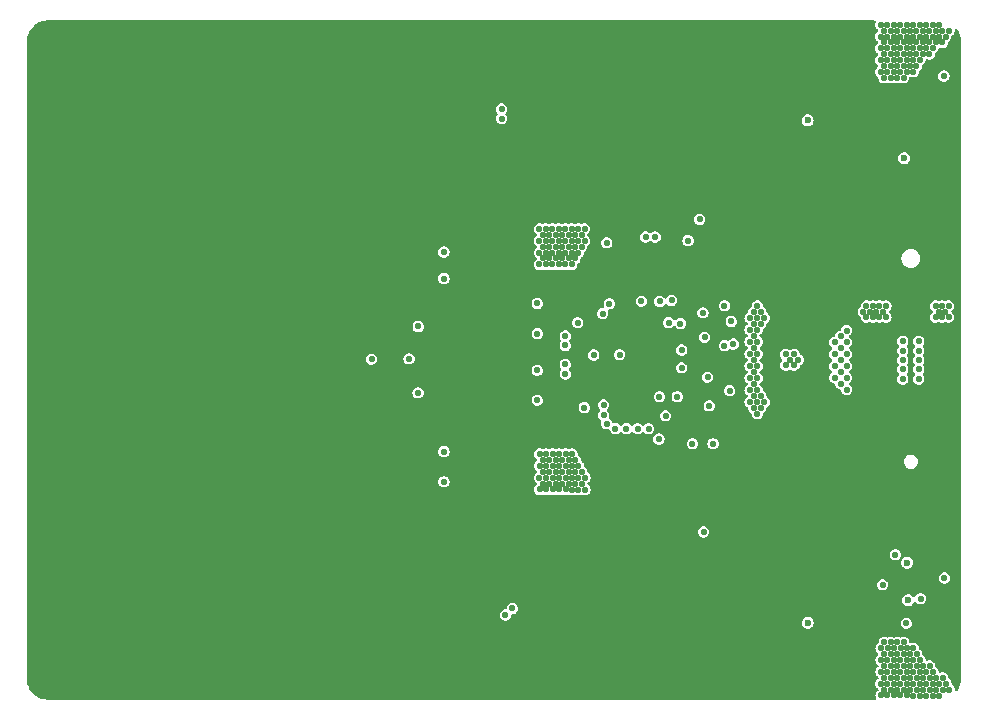
<source format=gbr>
%TF.GenerationSoftware,KiCad,Pcbnew,7.0.7*%
%TF.CreationDate,2024-03-27T22:15:01+01:00*%
%TF.ProjectId,SMPS_legged_robot_module,534d5053-5f6c-4656-9767-65645f726f62,1.0*%
%TF.SameCoordinates,PX116520PY4ddba40*%
%TF.FileFunction,Copper,L5,Inr*%
%TF.FilePolarity,Positive*%
%FSLAX46Y46*%
G04 Gerber Fmt 4.6, Leading zero omitted, Abs format (unit mm)*
G04 Created by KiCad (PCBNEW 7.0.7) date 2024-03-27 22:15:01*
%MOMM*%
%LPD*%
G01*
G04 APERTURE LIST*
%TA.AperFunction,ComponentPad*%
%ADD10C,0.700000*%
%TD*%
%TA.AperFunction,ComponentPad*%
%ADD11C,4.400000*%
%TD*%
%TA.AperFunction,ViaPad*%
%ADD12C,0.550000*%
%TD*%
%TA.AperFunction,ViaPad*%
%ADD13C,0.600000*%
%TD*%
G04 APERTURE END LIST*
D10*
%TO.N,GND*%
%TO.C,H801*%
X105740000Y18440000D03*
X106223274Y19606726D03*
X106223274Y17273274D03*
X107390000Y20090000D03*
D11*
X107390000Y18440000D03*
D10*
X107390000Y16790000D03*
X108556726Y19606726D03*
X108556726Y17273274D03*
X109040000Y18440000D03*
%TD*%
%TO.N,GND*%
%TO.C,H802*%
X105740000Y-11560000D03*
X106223274Y-10393274D03*
X106223274Y-12726726D03*
X107390000Y-9910000D03*
D11*
X107390000Y-11560000D03*
D10*
X107390000Y-13210000D03*
X108556726Y-10393274D03*
X108556726Y-12726726D03*
X109040000Y-11560000D03*
%TD*%
D12*
%TO.N,GND*%
X136610000Y-23410000D03*
X133660000Y-23410000D03*
X137360000Y-23410000D03*
X135860000Y-23410000D03*
X135110000Y-23410000D03*
X138060000Y-23410000D03*
X134360000Y-23410000D03*
X138810000Y-23410000D03*
X132910000Y-23410000D03*
X132160000Y-23410000D03*
X138010000Y30090000D03*
X138760000Y30090000D03*
X137310000Y30090000D03*
X136560000Y30090000D03*
X135810000Y30090000D03*
X134310000Y30090000D03*
X135060000Y30090000D03*
X133610000Y30090000D03*
X132860000Y30090000D03*
X132110000Y30090000D03*
X154660000Y-18510000D03*
X156110000Y-18510000D03*
X153910000Y-18510000D03*
X153160000Y-18510000D03*
X155360000Y-18510000D03*
X157560000Y-18510000D03*
X162010000Y-18510000D03*
X167810000Y-18510000D03*
X164910000Y-18510000D03*
X160510000Y-18510000D03*
X161260000Y-18510000D03*
X162710000Y-18510000D03*
X158310000Y-18510000D03*
X167110000Y-18510000D03*
X164160000Y-18510000D03*
X159810000Y-18510000D03*
X163410000Y-18510000D03*
X165610000Y-18510000D03*
X166360000Y-18510000D03*
X151010000Y-18510000D03*
X152460000Y-18510000D03*
X148810000Y-18510000D03*
X148060000Y-18510000D03*
X150260000Y-18510000D03*
X149560000Y-18510000D03*
X151760000Y-18510000D03*
X167760000Y25090000D03*
X164860000Y25090000D03*
X166310000Y25090000D03*
X167060000Y25090000D03*
X164110000Y25090000D03*
X163360000Y25090000D03*
X165560000Y25090000D03*
X162660000Y25090000D03*
X159760000Y25090000D03*
X161210000Y25090000D03*
X161960000Y25090000D03*
X158260000Y25090000D03*
X160460000Y25090000D03*
X157510000Y25090000D03*
X154610000Y25090000D03*
X156060000Y25090000D03*
X153860000Y25090000D03*
X153110000Y25090000D03*
X155310000Y25090000D03*
X152410000Y25090000D03*
X149510000Y25090000D03*
X150960000Y25090000D03*
X151710000Y25090000D03*
X148760000Y25090000D03*
X148010000Y25090000D03*
X150210000Y25090000D03*
X125360000Y16840000D03*
X125360000Y15390000D03*
X125360000Y14640000D03*
X125360000Y17590000D03*
X125360000Y18340000D03*
X125360000Y16140000D03*
X125360000Y12440000D03*
X125360000Y10990000D03*
X125360000Y10240000D03*
X125360000Y13190000D03*
X125360000Y13940000D03*
X125360000Y11740000D03*
X125360000Y8040000D03*
X125360000Y9540000D03*
X125360000Y8790000D03*
X125360000Y5840000D03*
X125360000Y7340000D03*
X125360000Y6590000D03*
X125360000Y5140000D03*
X152710000Y13640000D03*
X152710000Y15140000D03*
X152710000Y12940000D03*
X152710000Y-8110000D03*
X152710000Y-7410000D03*
X152710000Y-6660000D03*
X152710000Y-5910000D03*
X162460000Y14540000D03*
X162460000Y13790000D03*
X162460000Y13040000D03*
X163710000Y-8760000D03*
X162860000Y-8760000D03*
X181860000Y-12660000D03*
X181310000Y-12660000D03*
X182410000Y-12660000D03*
X182410000Y19640000D03*
X181310000Y19640000D03*
X181860000Y19640000D03*
X181410000Y28490000D03*
X181960000Y29090000D03*
X180860000Y27890000D03*
X180310000Y27340000D03*
X182510000Y29690000D03*
X183060000Y30290000D03*
X183210000Y-23160000D03*
X182610000Y-22610000D03*
X182010000Y-22060000D03*
X180260000Y-20410000D03*
X181410000Y-21510000D03*
X180810000Y-20960000D03*
X177060000Y-13810000D03*
X177060000Y-12110000D03*
X177060000Y-11010000D03*
X177060000Y-9910000D03*
X177060000Y-8510000D03*
X177060000Y-5460000D03*
X177710000Y-4760000D03*
X177110000Y19190000D03*
X177110000Y18040000D03*
X177110000Y16940000D03*
X177110000Y15740000D03*
X177110000Y14640000D03*
X177110000Y13490000D03*
X180210000Y-4110000D03*
X178460000Y-4060000D03*
X180260000Y11090000D03*
X178510000Y11090000D03*
X182160000Y5940000D03*
X181210000Y5940000D03*
X180110000Y5940000D03*
X179010000Y5940000D03*
X177960000Y5940000D03*
X176860000Y5940000D03*
X173360000Y-1060000D03*
X172560000Y-1810000D03*
X171610000Y-2810000D03*
X170860000Y-3810000D03*
X170910000Y11890000D03*
X170910000Y11040000D03*
X170910000Y10190000D03*
D13*
X156160000Y3540000D03*
X156160000Y4340000D03*
X156160000Y2740000D03*
X158560000Y3540000D03*
X158560000Y4340000D03*
X158560000Y2740000D03*
D12*
X180335000Y265000D03*
X180610000Y740000D03*
X180885000Y265000D03*
X179235000Y265000D03*
X179510000Y740000D03*
X180060000Y740000D03*
X179785000Y265000D03*
X178135000Y315000D03*
X178410000Y790000D03*
X178960000Y790000D03*
X178685000Y315000D03*
X177585000Y315000D03*
X177860000Y790000D03*
X177310000Y790000D03*
X176760000Y790000D03*
X177035000Y315000D03*
X176760000Y-1110000D03*
X177310000Y-1110000D03*
X177035000Y-635000D03*
X177310000Y-160000D03*
X176760000Y-160000D03*
X142610000Y30340000D03*
X142610000Y30890000D03*
X143160000Y29790000D03*
X142610000Y29790000D03*
X143160000Y30340000D03*
X143160000Y30890000D03*
X142060000Y29790000D03*
X142060000Y30890000D03*
X142060000Y30340000D03*
X142610000Y-23460000D03*
X142610000Y-22910000D03*
X143160000Y-24010000D03*
X142610000Y-24010000D03*
X143160000Y-23460000D03*
X143160000Y-22910000D03*
X142060000Y-24010000D03*
X142060000Y-22910000D03*
X142060000Y-23460000D03*
X179410000Y-11060000D03*
X179410000Y-10510000D03*
X179960000Y-11610000D03*
X179410000Y-11610000D03*
X179960000Y-11060000D03*
X179960000Y-10510000D03*
X178860000Y-11610000D03*
X178860000Y-10510000D03*
X178860000Y-11060000D03*
X179410000Y17940000D03*
X179410000Y18490000D03*
X179960000Y17390000D03*
X179410000Y17390000D03*
X179960000Y17940000D03*
X179960000Y18490000D03*
X178860000Y17390000D03*
X178860000Y18490000D03*
X178860000Y17940000D03*
X166960000Y-20710000D03*
X166960000Y-21260000D03*
X161960000Y-21260000D03*
X161410000Y-20710000D03*
X166410000Y-20710000D03*
X161410000Y-21260000D03*
X166410000Y-20160000D03*
X166410000Y-21260000D03*
X166960000Y-20160000D03*
X161410000Y-20160000D03*
X162510000Y-20710000D03*
X161960000Y-20160000D03*
X165860000Y-21260000D03*
X162510000Y-21260000D03*
X165860000Y-20160000D03*
X162510000Y-20160000D03*
X165860000Y-20710000D03*
X161960000Y-20710000D03*
X154510000Y-20710000D03*
X154510000Y-21260000D03*
X149510000Y-21260000D03*
X148960000Y-20710000D03*
X153960000Y-20710000D03*
X148960000Y-21260000D03*
X153960000Y-20160000D03*
X153960000Y-21260000D03*
X154510000Y-20160000D03*
X148960000Y-20160000D03*
X150060000Y-20710000D03*
X149510000Y-20160000D03*
X153410000Y-21260000D03*
X150060000Y-21260000D03*
X153410000Y-20160000D03*
X150060000Y-20160000D03*
X153410000Y-20710000D03*
X149510000Y-20710000D03*
X166910000Y27490000D03*
X166910000Y26940000D03*
X161910000Y26940000D03*
X161360000Y27490000D03*
X166360000Y27490000D03*
X161360000Y26940000D03*
X166360000Y28040000D03*
X166360000Y26940000D03*
X166910000Y28040000D03*
X161360000Y28040000D03*
X162460000Y27490000D03*
X161910000Y28040000D03*
X165810000Y26940000D03*
X162460000Y26940000D03*
X165810000Y28040000D03*
X162460000Y28040000D03*
X165810000Y27490000D03*
X161910000Y27490000D03*
X148960000Y26940000D03*
X148960000Y27490000D03*
X148960000Y28040000D03*
X154510000Y28040000D03*
X154510000Y27490000D03*
X154510000Y26940000D03*
X153960000Y26940000D03*
X153960000Y27490000D03*
X153960000Y28040000D03*
X149510000Y26940000D03*
X149510000Y27490000D03*
X149510000Y28040000D03*
X153410000Y26940000D03*
X150060000Y26940000D03*
X150060000Y27490000D03*
X150060000Y28040000D03*
X153410000Y27490000D03*
X153410000Y28040000D03*
D13*
%TO.N,/Project Architecture/MVB_Filtered*%
X179160000Y-16890000D03*
D12*
%TO.N,GND*%
X148930000Y8770000D03*
X149560000Y8770000D03*
X150220000Y8760000D03*
X149560000Y-1700000D03*
X150220000Y-1710000D03*
X148930000Y-1700000D03*
X149110000Y6660000D03*
X149130000Y1460000D03*
X150920000Y260000D03*
%TO.N,+3V3*%
X182230000Y-15020000D03*
X182190000Y27490000D03*
%TO.N,/Project Architecture/Power - Converter/SW0*%
X137680000Y6280000D03*
X153300000Y7370000D03*
%TO.N,Net-(Q701-G)*%
X151190000Y6600000D03*
%TO.N,/Project Architecture/Power - Converter/SW1*%
X137670000Y660000D03*
%TO.N,Net-(Q705-G)*%
X164180000Y6710000D03*
%TO.N,/Project Architecture/Power - Converter/MVA_OUT*%
X161500000Y15340000D03*
%TO.N,/Project Architecture/Power - Converter/MVB_OUT*%
X161850000Y-11110000D03*
%TO.N,Net-(IC701B-FREQ_CFG)*%
X162650000Y-3640000D03*
%TO.N,/Project Architecture/Power - Converter/VDD33*%
X151740000Y-580000D03*
%TO.N,Net-(D601-K)*%
X161785000Y7440500D03*
%TO.N,GND*%
X162436000Y12298000D03*
%TO.N,/Project Architecture/Power - Converter/DRVCC*%
X159134000Y8488000D03*
%TO.N,/Project Architecture/Power - Converter/VDD25*%
X160890000Y-3640000D03*
%TO.N,Net-(IC701B-FREQ_CFG)*%
X159610072Y335315D03*
%TO.N,/Project Architecture/Power - Converter/VDD25*%
X158060000Y-3240000D03*
%TO.N,Net-(IC701B-VOUT0_CFG)*%
X158620000Y-1280000D03*
%TO.N,Net-(IC701B-ASEL1)*%
X158110212Y335161D03*
%TO.N,GND*%
X159280000Y-3230000D03*
%TO.N,/Project Architecture/Power - Connector /RUN1*%
X157190000Y-2370000D03*
%TO.N,/Project Architecture/Power - Connector /RUN0*%
X156270000Y-2370000D03*
%TO.N,/Project Architecture/Power - Connector /ALERT*%
X153658911Y-1961089D03*
%TO.N,/Project Architecture/Power - Connector /FAULT0*%
X154370000Y-2360000D03*
%TO.N,/Project Architecture/Power - Connector /FAULT1*%
X155310000Y-2360000D03*
%TO.N,/Project Architecture/Power - Connector /SDA*%
X153370000Y-1240000D03*
%TO.N,Net-(D602-K)*%
X153855000Y8210000D03*
%TO.N,GND*%
X182010000Y14990000D03*
X140460000Y-8760000D03*
X139760000Y-8760000D03*
X144660000Y-8760000D03*
X143960000Y-8760000D03*
X141160000Y-8760000D03*
X145360000Y-8760000D03*
X143260000Y-8760000D03*
X142560000Y-8760000D03*
X141860000Y-8760000D03*
X139760000Y15740000D03*
X141860000Y15740000D03*
X140460000Y15740000D03*
X141160000Y15740000D03*
X142560000Y15740000D03*
X143260000Y15740000D03*
X144660000Y15740000D03*
X143960000Y15740000D03*
X145360000Y15740000D03*
X154460000Y-8760000D03*
X156560000Y-8760000D03*
X159360000Y-8760000D03*
X155860000Y-8760000D03*
X160060000Y-8760000D03*
X160760000Y-8760000D03*
X155160000Y-8760000D03*
X153760000Y-8760000D03*
X157960000Y-8760000D03*
X158660000Y-8760000D03*
X157260000Y-8760000D03*
X153060000Y-8760000D03*
X150260000Y-8760000D03*
X147460000Y-8760000D03*
X149560000Y-8760000D03*
X148860000Y-8760000D03*
X148160000Y-8760000D03*
X150960000Y-8760000D03*
X152360000Y-8760000D03*
X151660000Y-8760000D03*
X158660000Y15740000D03*
X160760000Y15740000D03*
X160060000Y15740000D03*
X159360000Y15740000D03*
X155860000Y15740000D03*
X153060000Y15740000D03*
X155160000Y15740000D03*
X154460000Y15740000D03*
X153760000Y15740000D03*
X156560000Y15740000D03*
X157960000Y15740000D03*
X157260000Y15740000D03*
X152360000Y15740000D03*
X151660000Y15740000D03*
X150960000Y15740000D03*
X150260000Y15740000D03*
X149560000Y15740000D03*
X148860000Y15740000D03*
X148160000Y15740000D03*
X147460000Y15740000D03*
%TO.N,/Project Architecture/Power - Converter/shuntB+*%
X145650000Y-17590000D03*
%TO.N,/Project Architecture/Power - Converter/shuntB-*%
X145070000Y-18150000D03*
%TO.N,/Project Architecture/+VBAT_Filtered*%
X169860000Y3465000D03*
X166385000Y-1110000D03*
X166385000Y8015000D03*
X166085000Y-610000D03*
X165785000Y-110000D03*
X165785000Y7015000D03*
X166085000Y7515000D03*
X166685000Y-610000D03*
X166985000Y-110000D03*
X166385000Y-110000D03*
X166685000Y390000D03*
X166085000Y390000D03*
X166685000Y7515000D03*
X166985000Y7015000D03*
X166385000Y7015000D03*
X166685000Y6515000D03*
X166085000Y6515000D03*
X169510000Y3915000D03*
X169510000Y3015000D03*
X169160000Y3465000D03*
X168810000Y3015000D03*
X168810000Y3915000D03*
X165785000Y6015000D03*
X166385000Y6015000D03*
X166085000Y5490000D03*
X165785000Y4990000D03*
X166385000Y4990000D03*
X166085000Y4465000D03*
X165785000Y3965000D03*
X166385000Y3965000D03*
X166085000Y3440000D03*
X165785000Y2940000D03*
X166385000Y2940000D03*
X166085000Y2415000D03*
X165785000Y1915000D03*
X166385000Y1915000D03*
X166085000Y1390000D03*
X166385000Y890000D03*
X165785000Y890000D03*
%TO.N,/Project Architecture/Power - Connector /+VBAT_IN*%
X173460000Y5440000D03*
X172960000Y4940000D03*
X173460000Y4440000D03*
X173960000Y4940000D03*
X173960000Y5940000D03*
X172960000Y3940000D03*
X173460000Y3440000D03*
X172960000Y2940000D03*
X173460000Y2440000D03*
X173960000Y1940000D03*
X173460000Y1440000D03*
X172960000Y1940000D03*
X173960000Y3940000D03*
X173960000Y2940000D03*
X173960000Y940000D03*
X182035000Y8015000D03*
X181485000Y8015000D03*
X182585000Y8015000D03*
X181760000Y7540000D03*
X182310000Y7540000D03*
X181485000Y7065000D03*
X182585000Y7065000D03*
X182035000Y7065000D03*
X177285000Y7065000D03*
X176185000Y7065000D03*
X175635000Y7065000D03*
X176735000Y7065000D03*
X177010000Y7540000D03*
X175910000Y7540000D03*
X175360000Y7540000D03*
X176460000Y7540000D03*
X177285000Y8015000D03*
X176185000Y8015000D03*
X175635000Y8015000D03*
X176735000Y8015000D03*
%TO.N,/Project Architecture/Power - Converter/SW1*%
X163610000Y8040000D03*
%TO.N,Net-(IC701B-TSNS1)*%
X161940000Y5370000D03*
%TO.N,+3V3*%
X180060000Y1840000D03*
%TO.N,/Project Architecture/Power - Connector /FAULT0*%
X180060000Y2640000D03*
%TO.N,/Project Architecture/Power - Connector /ALERT*%
X180060000Y3440000D03*
%TO.N,/Project Architecture/Power - Connector /SDA*%
X180060000Y4240000D03*
%TO.N,/Project Architecture/Power - Connector /SCL*%
X180060000Y5040000D03*
D13*
%TO.N,GND*%
X157360000Y5140000D03*
X157960000Y4740000D03*
X156760000Y4740000D03*
X157960000Y2340000D03*
X157360000Y1940000D03*
X156760000Y2340000D03*
X156760000Y3940000D03*
X156760000Y3140000D03*
X157960000Y3140000D03*
X157960000Y3940000D03*
X157360000Y2740000D03*
X157360000Y4340000D03*
X157360000Y3540000D03*
D12*
%TO.N,+5V*%
X178710000Y1830000D03*
%TO.N,Net-(Q603-G)*%
X177000000Y-15590000D03*
%TO.N,/Project Architecture/Power - Converter/MVB_OUT*%
X179010000Y-18850000D03*
%TO.N,/Project Architecture/Power - Connector /RUN1*%
X178710000Y5040000D03*
%TO.N,/Project Architecture/Power - Connector /FAULT1*%
X178710000Y3440000D03*
%TO.N,/Project Architecture/Power - Connector /RUN0*%
X178710000Y4240000D03*
%TO.N,GND*%
X161760000Y640000D03*
%TO.N,+12V*%
X178710000Y2640000D03*
X158894800Y6610049D03*
D13*
%TO.N,Net-(IC602-GATE)*%
X170660000Y-18810000D03*
D12*
X180210000Y-16770000D03*
%TO.N,/Project Architecture/Power - Converter/MVA_OUT*%
X154739113Y3891315D03*
%TO.N,Net-(IC701B-TSNS0)*%
X152550000Y3870000D03*
%TO.N,Net-(IC701B-ITHR1)*%
X164360000Y4790000D03*
X159990000Y2780000D03*
%TO.N,Net-(IC701A-VIN)*%
X158134500Y8400000D03*
X156585500Y8420000D03*
%TO.N,/Project Architecture/Power - Converter/VDD25*%
X162320000Y-440000D03*
%TO.N,/Project Architecture/Power - Converter/VDD33*%
X164050000Y850000D03*
X163600000Y4660000D03*
X162190000Y1980000D03*
%TO.N,/Project Architecture/Power - Converter/MVB_OUT*%
X160000000Y4290000D03*
X178070000Y-13040000D03*
%TO.N,/Project Architecture/MVA_Filtered*%
X176840000Y30830000D03*
X178220000Y29330000D03*
X180420000Y30330000D03*
X179045000Y31830000D03*
X178495000Y29820000D03*
X181790000Y30830000D03*
X181240000Y31840000D03*
X181790000Y31840000D03*
X180970000Y29330000D03*
X178495000Y30830000D03*
X178770000Y27340000D03*
X177675000Y28330000D03*
X179590000Y29830000D03*
X178220000Y30330000D03*
X177395000Y31830000D03*
X179320000Y31330000D03*
X177125000Y28330000D03*
X177395000Y29820000D03*
X178770000Y30330000D03*
X178775000Y28330000D03*
X179325000Y28330000D03*
X179590000Y30830000D03*
X177945000Y29820000D03*
X181520000Y31330000D03*
X177670000Y29330000D03*
X180140000Y30830000D03*
X180140000Y28830000D03*
X180140000Y29830000D03*
X178220000Y31330000D03*
X178770000Y29330000D03*
X179590000Y28830000D03*
X178225000Y28330000D03*
X180690000Y30830000D03*
X180970000Y30330000D03*
X177945000Y30830000D03*
X178500000Y27840000D03*
X176845000Y28820000D03*
X181240000Y30830000D03*
X179870000Y29330000D03*
X177120000Y29330000D03*
X177400000Y27840000D03*
X182620000Y31330000D03*
X179870000Y31330000D03*
X177120000Y31330000D03*
X180420000Y31330000D03*
X179320000Y29330000D03*
X177945000Y31830000D03*
X177670000Y27340000D03*
X177670000Y31330000D03*
X179045000Y30830000D03*
X178770000Y31330000D03*
X177670000Y30330000D03*
X180420000Y29330000D03*
X178495000Y31830000D03*
X178220000Y27340000D03*
X180690000Y31840000D03*
X179045000Y28820000D03*
X176845000Y31830000D03*
X179590000Y31840000D03*
X180690000Y29830000D03*
X181240000Y29830000D03*
X182070000Y30330000D03*
X182340000Y30830000D03*
X177120000Y27340000D03*
X180140000Y31840000D03*
X177945000Y28820000D03*
X177395000Y28820000D03*
X179320000Y30330000D03*
X180970000Y31330000D03*
X176845000Y29820000D03*
X178495000Y28820000D03*
X177395000Y30830000D03*
X181520000Y30330000D03*
X179045000Y29820000D03*
X179595000Y27850000D03*
X176850000Y27840000D03*
X182070000Y31330000D03*
X179870000Y30330000D03*
X177120000Y30330000D03*
X179870000Y28340000D03*
X177950000Y27840000D03*
X179050000Y27840000D03*
%TO.N,/Project Architecture/MVB_Filtered*%
X182640000Y-24460000D03*
X179065000Y-22950000D03*
X179065000Y-24960000D03*
X177965000Y-24960000D03*
X179610000Y-21960000D03*
X179890000Y-21470000D03*
X179340000Y-23460000D03*
X178790000Y-24460000D03*
X177420000Y-20970000D03*
X178790000Y-22460000D03*
X180440000Y-23460000D03*
X177695000Y-21460000D03*
X177965000Y-21950000D03*
X178795000Y-21460000D03*
X178520000Y-20970000D03*
X179340000Y-22460000D03*
X177690000Y-20470000D03*
X177965000Y-23960000D03*
X176865000Y-21950000D03*
X178515000Y-22950000D03*
X179065000Y-21950000D03*
X177690000Y-23460000D03*
X177965000Y-22950000D03*
X176860000Y-23960000D03*
X177415000Y-21950000D03*
X177415000Y-23960000D03*
X179890000Y-22460000D03*
X179890000Y-24460000D03*
X178245000Y-21460000D03*
X179070000Y-20970000D03*
X180990000Y-22460000D03*
X177415000Y-22950000D03*
X177145000Y-21460000D03*
X177140000Y-24460000D03*
X179890000Y-23460000D03*
X178240000Y-22460000D03*
X178240000Y-23460000D03*
X182090000Y-23460000D03*
X180440000Y-22460000D03*
X181260000Y-23960000D03*
X177140000Y-20470000D03*
X178790000Y-20470000D03*
X180990000Y-23460000D03*
X181810000Y-23960000D03*
X180710000Y-22960000D03*
X180160000Y-23960000D03*
X180160000Y-21960000D03*
X179615000Y-20980000D03*
X182090000Y-24460000D03*
X176865000Y-24960000D03*
X177690000Y-24460000D03*
X177140000Y-23460000D03*
X177415000Y-24960000D03*
X177970000Y-20970000D03*
X179345000Y-21460000D03*
X178240000Y-20470000D03*
X181540000Y-23460000D03*
X178515000Y-23960000D03*
X176870000Y-20970000D03*
X180710000Y-23960000D03*
X179610000Y-23960000D03*
X179340000Y-24460000D03*
X179610000Y-24970000D03*
X179065000Y-23960000D03*
X181260000Y-24970000D03*
X178515000Y-24960000D03*
X180710000Y-24970000D03*
X178790000Y-23460000D03*
X178515000Y-21950000D03*
X180990000Y-24460000D03*
X180440000Y-24460000D03*
X181540000Y-24460000D03*
X178240000Y-24460000D03*
X179610000Y-22960000D03*
X181810000Y-24970000D03*
X182360000Y-23960000D03*
X177690000Y-22460000D03*
X176865000Y-22950000D03*
X180160000Y-22960000D03*
X181260000Y-22960000D03*
X177140000Y-22460000D03*
X180160000Y-24970000D03*
%TO.N,/Project Architecture/Power - Connector /SCL*%
X153378733Y-353733D03*
D13*
%TO.N,Net-(Q601-G)*%
X178830000Y20530000D03*
X170660000Y23740000D03*
%TO.N,Net-(Q603-G)*%
X179070000Y-13710000D03*
D12*
%TO.N,Net-(Q701-G)*%
X139860000Y10340000D03*
X139860000Y12590000D03*
%TO.N,Net-(Q702-G)*%
X147760000Y5680000D03*
X153650000Y13360000D03*
X147760000Y8240000D03*
%TO.N,Net-(Q705-G)*%
X139860000Y-4310000D03*
X139860000Y-6860000D03*
%TO.N,Net-(Q706-G)*%
X160530000Y13550000D03*
X147760000Y40000D03*
X147760000Y2570000D03*
%TO.N,/Project Architecture/Power - Converter/Vin*%
X150135000Y13540000D03*
X151230000Y13540000D03*
X150155000Y-6520000D03*
X150430000Y-7020000D03*
X151780000Y14550000D03*
X150700000Y-6520000D03*
X150980000Y-6020000D03*
X151230000Y14550000D03*
X149585000Y11530000D03*
X148780000Y-7020000D03*
X148505000Y-5510000D03*
X149605000Y-7520000D03*
X149605000Y-6520000D03*
X151510000Y14040000D03*
X147930000Y13540000D03*
X149585000Y13540000D03*
X150430000Y-6020000D03*
X150680000Y13540000D03*
X149605000Y-4510000D03*
X149880000Y-7020000D03*
X147955000Y-5510000D03*
X151250000Y-7530000D03*
X149585000Y12530000D03*
X148230000Y-6020000D03*
X150680000Y11540000D03*
X150135000Y11530000D03*
X148230000Y-7020000D03*
X148760000Y14040000D03*
X149055000Y-4510000D03*
X148760000Y12040000D03*
X149035000Y13540000D03*
X149330000Y-7020000D03*
X149860000Y12040000D03*
X150980000Y-5020000D03*
X149055000Y-6520000D03*
X148505000Y-4510000D03*
X151230000Y12540000D03*
X149860000Y14040000D03*
X149330000Y-6020000D03*
X149605000Y-5510000D03*
X150960000Y14040000D03*
X151510000Y13040000D03*
X150155000Y-4510000D03*
X150135000Y12530000D03*
X149330000Y-5020000D03*
X150980000Y-7020000D03*
X148505000Y-7520000D03*
X148760000Y13040000D03*
X148485000Y11530000D03*
X148210000Y14040000D03*
X149310000Y13040000D03*
X150410000Y14040000D03*
X148210000Y13040000D03*
X150155000Y-5510000D03*
X148485000Y14540000D03*
X147955000Y-7520000D03*
X151780000Y13540000D03*
X148485000Y13540000D03*
X149310000Y12040000D03*
X149055000Y-7520000D03*
X148210000Y12040000D03*
X149035000Y12530000D03*
X149035000Y11530000D03*
X150155000Y-7520000D03*
X147935000Y12530000D03*
X149035000Y14540000D03*
X149880000Y-5020000D03*
X147935000Y11530000D03*
X150680000Y12540000D03*
X151530000Y-7020000D03*
X147955000Y-4510000D03*
X151250000Y-6520000D03*
X149055000Y-5510000D03*
X148230000Y-5020000D03*
X150410000Y12040000D03*
X149880000Y-6020000D03*
X148780000Y-6020000D03*
X148485000Y12530000D03*
X148505000Y-6520000D03*
X150700000Y-4520000D03*
X150135000Y14540000D03*
X150960000Y12040000D03*
X147935000Y14540000D03*
X151250000Y-5520000D03*
X150960000Y13040000D03*
X151800000Y-6520000D03*
X150410000Y13040000D03*
X151530000Y-6020000D03*
X149860000Y13040000D03*
X150700000Y-5520000D03*
X147950000Y-6520000D03*
X149310000Y14040000D03*
X150680000Y14550000D03*
X150700000Y-7530000D03*
X150430000Y-5020000D03*
X151800000Y-7530000D03*
X148780000Y-5020000D03*
X149585000Y14540000D03*
%TO.N,/Project Architecture/Power - Converter/SW1*%
X159880000Y6530000D03*
%TO.N,/Project Architecture/Power - Converter/shuntIn+*%
X157735799Y13851821D03*
X136909500Y3540000D03*
%TO.N,/Project Architecture/Power - Converter/shuntIn-*%
X156935799Y13851821D03*
X133734117Y3510557D03*
%TO.N,/Project Architecture/Power - Converter/shuntB-*%
X150128775Y3065000D03*
%TO.N,/Project Architecture/Power - Converter/shuntB+*%
X150128775Y2265000D03*
%TO.N,/Project Architecture/Power - Converter/shuntA-*%
X144741149Y24690000D03*
X150131440Y5480000D03*
%TO.N,/Project Architecture/Power - Converter/shuntA+*%
X150131440Y4680000D03*
X144741149Y23890000D03*
%TD*%
%TA.AperFunction,Conductor*%
%TO.N,GND*%
G36*
X176360530Y32169815D02*
G01*
X176406285Y32117011D01*
X176416229Y32047853D01*
X176406286Y32013993D01*
X176388636Y31975342D01*
X176384068Y31965340D01*
X176384068Y31965338D01*
X176364610Y31830000D01*
X176384068Y31694663D01*
X176384070Y31694655D01*
X176440867Y31570286D01*
X176440872Y31570279D01*
X176500335Y31501655D01*
X176530411Y31466945D01*
X176578683Y31435923D01*
X176624438Y31383119D01*
X176634382Y31313961D01*
X176605357Y31250405D01*
X176578684Y31227292D01*
X176525413Y31193057D01*
X176525409Y31193054D01*
X176435872Y31089722D01*
X176435867Y31089715D01*
X176379070Y30965346D01*
X176379068Y30965338D01*
X176359610Y30830001D01*
X176379068Y30694663D01*
X176379070Y30694655D01*
X176435867Y30570286D01*
X176435872Y30570279D01*
X176525409Y30466947D01*
X176525411Y30466945D01*
X176570787Y30437784D01*
X176582649Y30430161D01*
X176628404Y30377357D01*
X176636845Y30338551D01*
X176638350Y30338767D01*
X176638375Y30338593D01*
X176637762Y30334338D01*
X176639610Y30325845D01*
X176639610Y30321132D01*
X176635863Y30321132D01*
X176628424Y30269435D01*
X176582674Y30216642D01*
X176530411Y30183055D01*
X176530409Y30183054D01*
X176440872Y30079722D01*
X176440867Y30079715D01*
X176384070Y29955346D01*
X176384068Y29955338D01*
X176364610Y29820001D01*
X176384068Y29684663D01*
X176384070Y29684655D01*
X176440867Y29560286D01*
X176440872Y29560279D01*
X176530409Y29456947D01*
X176530413Y29456943D01*
X176581182Y29424317D01*
X176626938Y29371514D01*
X176636882Y29302356D01*
X176607858Y29238799D01*
X176581185Y29215686D01*
X176530410Y29183055D01*
X176530409Y29183054D01*
X176440872Y29079722D01*
X176440867Y29079715D01*
X176384070Y28955346D01*
X176384068Y28955338D01*
X176364610Y28820000D01*
X176384068Y28684663D01*
X176384070Y28684655D01*
X176440867Y28560286D01*
X176440872Y28560279D01*
X176530409Y28456947D01*
X176530411Y28456945D01*
X176530413Y28456944D01*
X176568122Y28432710D01*
X176613878Y28379907D01*
X176623822Y28310749D01*
X176594798Y28247193D01*
X176568124Y28224079D01*
X176535413Y28203057D01*
X176535409Y28203054D01*
X176445872Y28099722D01*
X176445867Y28099715D01*
X176389070Y27975346D01*
X176389068Y27975338D01*
X176369610Y27840000D01*
X176389068Y27704663D01*
X176389070Y27704655D01*
X176445867Y27580286D01*
X176445872Y27580279D01*
X176535409Y27476947D01*
X176535411Y27476945D01*
X176582649Y27446588D01*
X176628403Y27393787D01*
X176638199Y27348757D01*
X176638348Y27348778D01*
X176638646Y27346702D01*
X176639610Y27342273D01*
X176639609Y27340001D01*
X176659068Y27204663D01*
X176659070Y27204655D01*
X176715867Y27080286D01*
X176715872Y27080279D01*
X176805409Y26976947D01*
X176805413Y26976943D01*
X176865979Y26938021D01*
X176920439Y26903022D01*
X176986036Y26883761D01*
X177051632Y26864500D01*
X177051633Y26864500D01*
X177188367Y26864500D01*
X177319561Y26903022D01*
X177327958Y26908419D01*
X177394998Y26928105D01*
X177462035Y26908423D01*
X177470439Y26903022D01*
X177536036Y26883761D01*
X177601632Y26864500D01*
X177601633Y26864500D01*
X177738367Y26864500D01*
X177869561Y26903022D01*
X177877958Y26908419D01*
X177944998Y26928105D01*
X178012035Y26908423D01*
X178012040Y26908420D01*
X178012041Y26908419D01*
X178020439Y26903022D01*
X178151632Y26864500D01*
X178151633Y26864500D01*
X178288367Y26864500D01*
X178419561Y26903022D01*
X178427958Y26908419D01*
X178494998Y26928105D01*
X178562035Y26908423D01*
X178562040Y26908420D01*
X178562041Y26908419D01*
X178570439Y26903022D01*
X178701632Y26864500D01*
X178701633Y26864500D01*
X178838367Y26864500D01*
X178969561Y26903022D01*
X179084589Y26976945D01*
X179174130Y27080282D01*
X179230931Y27204658D01*
X179245973Y27309283D01*
X179274998Y27372837D01*
X179333775Y27410612D01*
X179403646Y27410612D01*
X179526632Y27374500D01*
X179526633Y27374500D01*
X179663367Y27374500D01*
X179794561Y27413022D01*
X179909589Y27486945D01*
X179912237Y27490001D01*
X181709610Y27490001D01*
X181729068Y27354663D01*
X181729070Y27354655D01*
X181785867Y27230286D01*
X181785872Y27230279D01*
X181875409Y27126947D01*
X181875413Y27126943D01*
X181935979Y27088021D01*
X181990439Y27053022D01*
X182056036Y27033761D01*
X182121632Y27014500D01*
X182121633Y27014500D01*
X182258367Y27014500D01*
X182389561Y27053022D01*
X182504589Y27126945D01*
X182594130Y27230282D01*
X182650931Y27354658D01*
X182670390Y27490000D01*
X182650931Y27625342D01*
X182614710Y27704655D01*
X182594132Y27749715D01*
X182594127Y27749722D01*
X182504590Y27853054D01*
X182504586Y27853058D01*
X182389559Y27926979D01*
X182258368Y27965500D01*
X182258367Y27965500D01*
X182121633Y27965500D01*
X182121632Y27965500D01*
X181990440Y27926979D01*
X181875413Y27853058D01*
X181875409Y27853054D01*
X181785872Y27749722D01*
X181785867Y27749715D01*
X181729070Y27625346D01*
X181729068Y27625338D01*
X181709610Y27490001D01*
X179912237Y27490001D01*
X179999130Y27590282D01*
X180055931Y27714658D01*
X180075390Y27850000D01*
X180075389Y27850003D01*
X180076323Y27856494D01*
X180105347Y27920050D01*
X180132019Y27943162D01*
X180184589Y27976945D01*
X180274130Y28080282D01*
X180330931Y28204658D01*
X180350390Y28340000D01*
X180350389Y28340001D01*
X180351652Y28348779D01*
X180355091Y28348285D01*
X180370075Y28399311D01*
X180407352Y28436588D01*
X180454586Y28466943D01*
X180454586Y28466944D01*
X180454589Y28466945D01*
X180544130Y28570282D01*
X180600931Y28694658D01*
X180614796Y28791097D01*
X180643820Y28854651D01*
X180702598Y28892426D01*
X180772469Y28892426D01*
X180901632Y28854500D01*
X180901633Y28854500D01*
X181038367Y28854500D01*
X181169561Y28893022D01*
X181284589Y28966945D01*
X181374130Y29070282D01*
X181430931Y29194658D01*
X181450390Y29330000D01*
X181450390Y29330002D01*
X181450390Y29332273D01*
X181451029Y29334453D01*
X181451652Y29338779D01*
X181452274Y29338690D01*
X181470075Y29399312D01*
X181507347Y29436586D01*
X181554589Y29466945D01*
X181644130Y29570282D01*
X181700931Y29694658D01*
X181714796Y29791097D01*
X181743820Y29854651D01*
X181802598Y29892426D01*
X181872469Y29892426D01*
X182001632Y29854500D01*
X182001633Y29854500D01*
X182138367Y29854500D01*
X182269561Y29893022D01*
X182384589Y29966945D01*
X182474130Y30070282D01*
X182530931Y30194658D01*
X182550390Y30330000D01*
X182550390Y30330002D01*
X182550390Y30332273D01*
X182551029Y30334453D01*
X182551652Y30338779D01*
X182552274Y30338690D01*
X182570075Y30399312D01*
X182607347Y30436586D01*
X182654589Y30466945D01*
X182744130Y30570282D01*
X182800931Y30694658D01*
X182820390Y30830000D01*
X182820389Y30830001D01*
X182821652Y30838779D01*
X182824084Y30838430D01*
X182840075Y30892885D01*
X182877347Y30930159D01*
X182934589Y30966945D01*
X183024130Y31070282D01*
X183080931Y31194658D01*
X183100390Y31330000D01*
X183096075Y31360010D01*
X183106018Y31429165D01*
X183151772Y31481970D01*
X183218812Y31501655D01*
X183285851Y31481971D01*
X183318080Y31451966D01*
X183362257Y31392953D01*
X183371822Y31378069D01*
X183482949Y31174557D01*
X183490299Y31158463D01*
X183571333Y30941201D01*
X183576317Y30924226D01*
X183625606Y30697648D01*
X183628124Y30680136D01*
X183645127Y30442414D01*
X183645285Y30437963D01*
X183639511Y16987234D01*
X183639507Y16987145D01*
X183639500Y16961122D01*
X183639487Y16931762D01*
X183639492Y16931646D01*
X183629512Y-23506089D01*
X183629500Y-23506247D01*
X183629500Y-23557786D01*
X183629342Y-23562210D01*
X183612325Y-23800135D01*
X183609807Y-23817647D01*
X183560519Y-24044220D01*
X183555535Y-24061196D01*
X183474498Y-24278462D01*
X183467148Y-24294555D01*
X183356022Y-24498068D01*
X183346457Y-24512952D01*
X183342601Y-24518103D01*
X183286667Y-24559974D01*
X183216976Y-24564958D01*
X183155653Y-24531473D01*
X183122168Y-24470150D01*
X183120596Y-24461438D01*
X183120389Y-24460002D01*
X183120390Y-24460000D01*
X183100931Y-24324658D01*
X183058048Y-24230757D01*
X183044132Y-24200285D01*
X183044127Y-24200278D01*
X182954590Y-24096946D01*
X182954589Y-24096945D01*
X182897351Y-24060161D01*
X182851596Y-24007357D01*
X182843156Y-23968562D01*
X182841652Y-23968779D01*
X182840390Y-23960000D01*
X182820931Y-23824658D01*
X182808677Y-23797827D01*
X182764132Y-23700285D01*
X182764127Y-23700278D01*
X182674590Y-23596946D01*
X182674587Y-23596943D01*
X182627350Y-23566586D01*
X182581596Y-23513782D01*
X182571801Y-23468757D01*
X182571652Y-23468779D01*
X182571352Y-23466694D01*
X182570390Y-23462271D01*
X182570390Y-23460001D01*
X182559891Y-23386978D01*
X182550931Y-23324658D01*
X182498441Y-23209721D01*
X182494132Y-23200285D01*
X182494127Y-23200278D01*
X182404590Y-23096946D01*
X182404586Y-23096942D01*
X182289559Y-23023021D01*
X182158368Y-22984500D01*
X182158367Y-22984500D01*
X182021633Y-22984500D01*
X182021630Y-22984500D01*
X181892468Y-23022425D01*
X181822599Y-23022425D01*
X181763821Y-22984650D01*
X181734796Y-22921094D01*
X181720931Y-22824658D01*
X181708677Y-22797827D01*
X181664132Y-22700285D01*
X181664127Y-22700278D01*
X181574590Y-22596946D01*
X181574587Y-22596943D01*
X181527350Y-22566586D01*
X181481596Y-22513782D01*
X181471801Y-22468757D01*
X181471652Y-22468779D01*
X181471352Y-22466694D01*
X181470390Y-22462271D01*
X181470390Y-22460001D01*
X181453954Y-22345684D01*
X181450931Y-22324658D01*
X181398441Y-22209721D01*
X181394132Y-22200285D01*
X181394127Y-22200278D01*
X181304590Y-22096946D01*
X181304586Y-22096942D01*
X181189559Y-22023021D01*
X181058368Y-21984500D01*
X181058367Y-21984500D01*
X180921633Y-21984500D01*
X180921630Y-21984500D01*
X180792468Y-22022425D01*
X180722599Y-22022425D01*
X180663821Y-21984650D01*
X180634796Y-21921094D01*
X180620931Y-21824658D01*
X180608677Y-21797827D01*
X180564132Y-21700285D01*
X180564130Y-21700283D01*
X180564130Y-21700282D01*
X180474589Y-21596945D01*
X180474588Y-21596944D01*
X180427350Y-21566586D01*
X180381596Y-21513782D01*
X180373910Y-21478454D01*
X180371652Y-21478779D01*
X180368952Y-21460000D01*
X180350931Y-21334658D01*
X180303008Y-21229721D01*
X180294132Y-21210285D01*
X180294127Y-21210278D01*
X180204590Y-21106946D01*
X180204589Y-21106945D01*
X180152022Y-21073163D01*
X180106267Y-21020359D01*
X180096323Y-20986493D01*
X180095389Y-20980001D01*
X180095390Y-20980000D01*
X180075931Y-20844658D01*
X180063677Y-20817827D01*
X180019132Y-20720285D01*
X180019127Y-20720278D01*
X179929590Y-20616946D01*
X179929586Y-20616942D01*
X179814559Y-20543021D01*
X179683368Y-20504500D01*
X179683367Y-20504500D01*
X179546633Y-20504500D01*
X179546629Y-20504500D01*
X179423645Y-20540611D01*
X179353775Y-20540611D01*
X179294997Y-20502836D01*
X179265973Y-20439280D01*
X179250931Y-20334658D01*
X179238677Y-20307827D01*
X179194132Y-20210285D01*
X179194127Y-20210278D01*
X179104590Y-20106946D01*
X179104586Y-20106942D01*
X178989559Y-20033021D01*
X178858368Y-19994500D01*
X178858367Y-19994500D01*
X178721633Y-19994500D01*
X178721632Y-19994500D01*
X178590440Y-20033021D01*
X178582034Y-20038423D01*
X178514993Y-20058104D01*
X178447966Y-20038423D01*
X178439559Y-20033021D01*
X178308368Y-19994500D01*
X178308367Y-19994500D01*
X178171633Y-19994500D01*
X178171632Y-19994500D01*
X178040440Y-20033021D01*
X178032034Y-20038423D01*
X177964993Y-20058104D01*
X177897966Y-20038423D01*
X177889559Y-20033021D01*
X177758368Y-19994500D01*
X177758367Y-19994500D01*
X177621633Y-19994500D01*
X177621632Y-19994500D01*
X177490440Y-20033021D01*
X177482034Y-20038423D01*
X177414993Y-20058104D01*
X177347966Y-20038423D01*
X177339559Y-20033021D01*
X177208368Y-19994500D01*
X177208367Y-19994500D01*
X177071633Y-19994500D01*
X177071632Y-19994500D01*
X176940440Y-20033021D01*
X176825413Y-20106942D01*
X176825409Y-20106946D01*
X176735872Y-20210278D01*
X176735867Y-20210285D01*
X176679070Y-20334654D01*
X176679068Y-20334662D01*
X176659610Y-20470000D01*
X176659610Y-20472271D01*
X176658970Y-20474449D01*
X176658348Y-20478778D01*
X176657725Y-20478688D01*
X176639925Y-20539310D01*
X176602650Y-20576586D01*
X176555411Y-20606944D01*
X176465870Y-20710282D01*
X176465867Y-20710285D01*
X176409070Y-20834654D01*
X176409068Y-20834662D01*
X176389610Y-20969999D01*
X176409068Y-21105337D01*
X176409070Y-21105345D01*
X176465867Y-21229714D01*
X176465872Y-21229721D01*
X176555409Y-21333053D01*
X176555413Y-21333057D01*
X176588122Y-21354077D01*
X176633878Y-21406880D01*
X176643822Y-21476039D01*
X176614798Y-21539595D01*
X176588124Y-21562708D01*
X176550412Y-21586943D01*
X176550409Y-21586946D01*
X176460872Y-21690278D01*
X176460867Y-21690285D01*
X176404070Y-21814654D01*
X176404068Y-21814662D01*
X176384610Y-21949999D01*
X176404068Y-22085337D01*
X176404070Y-22085345D01*
X176460867Y-22209714D01*
X176460872Y-22209721D01*
X176550409Y-22313053D01*
X176550411Y-22313055D01*
X176601183Y-22345684D01*
X176646938Y-22398488D01*
X176656882Y-22467647D01*
X176627857Y-22531203D01*
X176601183Y-22554316D01*
X176550411Y-22586944D01*
X176550409Y-22586946D01*
X176460872Y-22690278D01*
X176460867Y-22690285D01*
X176404070Y-22814654D01*
X176404068Y-22814662D01*
X176384610Y-22950000D01*
X176404068Y-23085337D01*
X176404070Y-23085345D01*
X176460867Y-23209714D01*
X176460872Y-23209721D01*
X176550409Y-23313053D01*
X176550411Y-23313055D01*
X176568472Y-23324662D01*
X176602673Y-23346641D01*
X176648429Y-23399444D01*
X176655885Y-23451132D01*
X176659610Y-23451132D01*
X176659610Y-23455844D01*
X176657567Y-23462799D01*
X176658389Y-23468493D01*
X176658364Y-23468668D01*
X176655945Y-23468322D01*
X176639925Y-23522883D01*
X176602650Y-23560159D01*
X176545413Y-23596943D01*
X176545409Y-23596946D01*
X176455872Y-23700278D01*
X176455867Y-23700285D01*
X176399070Y-23824654D01*
X176399068Y-23824662D01*
X176379610Y-23960000D01*
X176399068Y-24095337D01*
X176399070Y-24095345D01*
X176455867Y-24219714D01*
X176455872Y-24219721D01*
X176545409Y-24323053D01*
X176545411Y-24323055D01*
X176598683Y-24357290D01*
X176644438Y-24410094D01*
X176654382Y-24479252D01*
X176625358Y-24542808D01*
X176598684Y-24565921D01*
X176550413Y-24596943D01*
X176550409Y-24596946D01*
X176460872Y-24700278D01*
X176460867Y-24700285D01*
X176404070Y-24824654D01*
X176404068Y-24824662D01*
X176384610Y-24959999D01*
X176404068Y-25095337D01*
X176404069Y-25095342D01*
X176421719Y-25133990D01*
X176431662Y-25203148D01*
X176402636Y-25266704D01*
X176343858Y-25304477D01*
X176308924Y-25309500D01*
X106296424Y-25309500D01*
X106292005Y-25309342D01*
X106216235Y-25303923D01*
X106054074Y-25292326D01*
X106036563Y-25289808D01*
X105809988Y-25240521D01*
X105793012Y-25235537D01*
X105575745Y-25154502D01*
X105559657Y-25147155D01*
X105356128Y-25036021D01*
X105341256Y-25026463D01*
X105155625Y-24887502D01*
X105142261Y-24875923D01*
X104978286Y-24711949D01*
X104966707Y-24698586D01*
X104827742Y-24512952D01*
X104818177Y-24498068D01*
X104770139Y-24410094D01*
X104707047Y-24294551D01*
X104699702Y-24278468D01*
X104618664Y-24061195D01*
X104613682Y-24044225D01*
X104596753Y-23966405D01*
X104564392Y-23817644D01*
X104561875Y-23800135D01*
X104554733Y-23700285D01*
X104544871Y-23562405D01*
X104544714Y-23557983D01*
X104544714Y-23504035D01*
X104544709Y-23503983D01*
X104544675Y-23071503D01*
X104544342Y-18810000D01*
X170154353Y-18810000D01*
X170174834Y-18952456D01*
X170234622Y-19083371D01*
X170234623Y-19083373D01*
X170328872Y-19192143D01*
X170449947Y-19269953D01*
X170449950Y-19269954D01*
X170449949Y-19269954D01*
X170588036Y-19310499D01*
X170588038Y-19310500D01*
X170588039Y-19310500D01*
X170731962Y-19310500D01*
X170731962Y-19310499D01*
X170870053Y-19269953D01*
X170991128Y-19192143D01*
X171085377Y-19083373D01*
X171145165Y-18952457D01*
X171159896Y-18850000D01*
X178529610Y-18850000D01*
X178549068Y-18985337D01*
X178549070Y-18985345D01*
X178605867Y-19109714D01*
X178605872Y-19109721D01*
X178695409Y-19213053D01*
X178695413Y-19213057D01*
X178755979Y-19251979D01*
X178810439Y-19286978D01*
X178876035Y-19306238D01*
X178941632Y-19325500D01*
X178941633Y-19325500D01*
X179078367Y-19325500D01*
X179209561Y-19286978D01*
X179324589Y-19213055D01*
X179414130Y-19109718D01*
X179470931Y-18985342D01*
X179490390Y-18850000D01*
X179470931Y-18714658D01*
X179430214Y-18625500D01*
X179414132Y-18590285D01*
X179414127Y-18590278D01*
X179324590Y-18486946D01*
X179324586Y-18486942D01*
X179209559Y-18413021D01*
X179078368Y-18374500D01*
X179078367Y-18374500D01*
X178941633Y-18374500D01*
X178941632Y-18374500D01*
X178810440Y-18413021D01*
X178695413Y-18486942D01*
X178695409Y-18486946D01*
X178605872Y-18590278D01*
X178605867Y-18590285D01*
X178549070Y-18714654D01*
X178549068Y-18714662D01*
X178529610Y-18850000D01*
X171159896Y-18850000D01*
X171165647Y-18810000D01*
X171145165Y-18667543D01*
X171085377Y-18536627D01*
X170991128Y-18427857D01*
X170870053Y-18350047D01*
X170870051Y-18350046D01*
X170870049Y-18350045D01*
X170870050Y-18350045D01*
X170731963Y-18309500D01*
X170731961Y-18309500D01*
X170588039Y-18309500D01*
X170588036Y-18309500D01*
X170449949Y-18350045D01*
X170328873Y-18427856D01*
X170234623Y-18536626D01*
X170234622Y-18536628D01*
X170174834Y-18667543D01*
X170154353Y-18810000D01*
X104544342Y-18810000D01*
X104544291Y-18149999D01*
X144589610Y-18149999D01*
X144609068Y-18285337D01*
X144609070Y-18285345D01*
X144665867Y-18409714D01*
X144665872Y-18409721D01*
X144755409Y-18513053D01*
X144755413Y-18513057D01*
X144815979Y-18551979D01*
X144870439Y-18586978D01*
X144881702Y-18590285D01*
X145001632Y-18625500D01*
X145001633Y-18625500D01*
X145138367Y-18625500D01*
X145269561Y-18586978D01*
X145384589Y-18513055D01*
X145474130Y-18409718D01*
X145530931Y-18285342D01*
X145547248Y-18171852D01*
X145576273Y-18108298D01*
X145635051Y-18070523D01*
X145669986Y-18065500D01*
X145718367Y-18065500D01*
X145849561Y-18026978D01*
X145964589Y-17953055D01*
X146054130Y-17849718D01*
X146110931Y-17725342D01*
X146130390Y-17590000D01*
X146110931Y-17454658D01*
X146081631Y-17390500D01*
X146054132Y-17330285D01*
X146054127Y-17330278D01*
X145964590Y-17226946D01*
X145964586Y-17226942D01*
X145865668Y-17163373D01*
X145849561Y-17153022D01*
X145849560Y-17153021D01*
X145849559Y-17153021D01*
X145718368Y-17114500D01*
X145718367Y-17114500D01*
X145581633Y-17114500D01*
X145581632Y-17114500D01*
X145450440Y-17153021D01*
X145335413Y-17226942D01*
X145335409Y-17226946D01*
X145245872Y-17330278D01*
X145245867Y-17330285D01*
X145189070Y-17454654D01*
X145189068Y-17454662D01*
X145172752Y-17568147D01*
X145143727Y-17631702D01*
X145084949Y-17669477D01*
X145050014Y-17674500D01*
X145001632Y-17674500D01*
X144870440Y-17713021D01*
X144755413Y-17786942D01*
X144755409Y-17786946D01*
X144665872Y-17890278D01*
X144665867Y-17890285D01*
X144609070Y-18014654D01*
X144609068Y-18014662D01*
X144589610Y-18149999D01*
X104544291Y-18149999D01*
X104544193Y-16890000D01*
X178654353Y-16890000D01*
X178674834Y-17032456D01*
X178720778Y-17133057D01*
X178734623Y-17163373D01*
X178828872Y-17272143D01*
X178949947Y-17349953D01*
X178949950Y-17349954D01*
X178949949Y-17349954D01*
X179088036Y-17390499D01*
X179088038Y-17390500D01*
X179088039Y-17390500D01*
X179231962Y-17390500D01*
X179231962Y-17390499D01*
X179370053Y-17349953D01*
X179491128Y-17272143D01*
X179585377Y-17163373D01*
X179599223Y-17133056D01*
X179621296Y-17084722D01*
X179667050Y-17031918D01*
X179734090Y-17012233D01*
X179801129Y-17031917D01*
X179827801Y-17055029D01*
X179895411Y-17133055D01*
X179895413Y-17133056D01*
X179895413Y-17133057D01*
X179942581Y-17163369D01*
X180010439Y-17206978D01*
X180076035Y-17226238D01*
X180141632Y-17245500D01*
X180141633Y-17245500D01*
X180278367Y-17245500D01*
X180409561Y-17206978D01*
X180524589Y-17133055D01*
X180614130Y-17029718D01*
X180670931Y-16905342D01*
X180690390Y-16770000D01*
X180670931Y-16634658D01*
X180641882Y-16571049D01*
X180614132Y-16510285D01*
X180614127Y-16510278D01*
X180524590Y-16406946D01*
X180524586Y-16406942D01*
X180409559Y-16333021D01*
X180278368Y-16294500D01*
X180278367Y-16294500D01*
X180141633Y-16294500D01*
X180141632Y-16294500D01*
X180010440Y-16333021D01*
X179895413Y-16406942D01*
X179895409Y-16406946D01*
X179805872Y-16510278D01*
X179805869Y-16510283D01*
X179778118Y-16571049D01*
X179732363Y-16623853D01*
X179665323Y-16643537D01*
X179598284Y-16623852D01*
X179571611Y-16600740D01*
X179567850Y-16596400D01*
X179491128Y-16507857D01*
X179370053Y-16430047D01*
X179370051Y-16430046D01*
X179370049Y-16430045D01*
X179370050Y-16430045D01*
X179231963Y-16389500D01*
X179231961Y-16389500D01*
X179088039Y-16389500D01*
X179088036Y-16389500D01*
X178949949Y-16430045D01*
X178828873Y-16507856D01*
X178734623Y-16616626D01*
X178734622Y-16616628D01*
X178674834Y-16747543D01*
X178654353Y-16890000D01*
X104544193Y-16890000D01*
X104544091Y-15589999D01*
X176519610Y-15589999D01*
X176539068Y-15725337D01*
X176539070Y-15725345D01*
X176595867Y-15849714D01*
X176595872Y-15849721D01*
X176685409Y-15953053D01*
X176685413Y-15953057D01*
X176745979Y-15991979D01*
X176800439Y-16026978D01*
X176866035Y-16046238D01*
X176931632Y-16065500D01*
X176931633Y-16065500D01*
X177068367Y-16065500D01*
X177199561Y-16026978D01*
X177314589Y-15953055D01*
X177404130Y-15849718D01*
X177460931Y-15725342D01*
X177480390Y-15590000D01*
X177460931Y-15454658D01*
X177428230Y-15383053D01*
X177404132Y-15330285D01*
X177404127Y-15330278D01*
X177314590Y-15226946D01*
X177314586Y-15226942D01*
X177223736Y-15168558D01*
X177199561Y-15153022D01*
X177199560Y-15153021D01*
X177199559Y-15153021D01*
X177068368Y-15114500D01*
X177068367Y-15114500D01*
X176931633Y-15114500D01*
X176931632Y-15114500D01*
X176800440Y-15153021D01*
X176685413Y-15226942D01*
X176685409Y-15226946D01*
X176595872Y-15330278D01*
X176595867Y-15330285D01*
X176539070Y-15454654D01*
X176539068Y-15454662D01*
X176519610Y-15589999D01*
X104544091Y-15589999D01*
X104544046Y-15019999D01*
X181749610Y-15019999D01*
X181769068Y-15155337D01*
X181769070Y-15155345D01*
X181825867Y-15279714D01*
X181825872Y-15279721D01*
X181915409Y-15383053D01*
X181915413Y-15383057D01*
X181975979Y-15421979D01*
X182030439Y-15456978D01*
X182096036Y-15476238D01*
X182161632Y-15495500D01*
X182161633Y-15495500D01*
X182298367Y-15495500D01*
X182429561Y-15456978D01*
X182544589Y-15383055D01*
X182634130Y-15279718D01*
X182690931Y-15155342D01*
X182710390Y-15020000D01*
X182690931Y-14884658D01*
X182678677Y-14857827D01*
X182634132Y-14760285D01*
X182634127Y-14760278D01*
X182544590Y-14656946D01*
X182544586Y-14656942D01*
X182429559Y-14583021D01*
X182298368Y-14544500D01*
X182298367Y-14544500D01*
X182161633Y-14544500D01*
X182161632Y-14544500D01*
X182030440Y-14583021D01*
X181915413Y-14656942D01*
X181915409Y-14656946D01*
X181825872Y-14760278D01*
X181825867Y-14760285D01*
X181769070Y-14884654D01*
X181769068Y-14884662D01*
X181749610Y-15019999D01*
X104544046Y-15019999D01*
X104543944Y-13710000D01*
X178564353Y-13710000D01*
X178584834Y-13852456D01*
X178644622Y-13983371D01*
X178644623Y-13983373D01*
X178738872Y-14092143D01*
X178859947Y-14169953D01*
X178859950Y-14169954D01*
X178859949Y-14169954D01*
X178998036Y-14210499D01*
X178998038Y-14210500D01*
X178998039Y-14210500D01*
X179141962Y-14210500D01*
X179141962Y-14210499D01*
X179280053Y-14169953D01*
X179401128Y-14092143D01*
X179495377Y-13983373D01*
X179555165Y-13852457D01*
X179575647Y-13710000D01*
X179555165Y-13567543D01*
X179495377Y-13436627D01*
X179401128Y-13327857D01*
X179280053Y-13250047D01*
X179280051Y-13250046D01*
X179280049Y-13250045D01*
X179280050Y-13250045D01*
X179141963Y-13209500D01*
X179141961Y-13209500D01*
X178998039Y-13209500D01*
X178998036Y-13209500D01*
X178859949Y-13250045D01*
X178738872Y-13327856D01*
X178716718Y-13353424D01*
X178657940Y-13391198D01*
X178593236Y-13391197D01*
X178618483Y-13446477D01*
X178608540Y-13515636D01*
X178608540Y-13515637D01*
X178584834Y-13567545D01*
X178564353Y-13710000D01*
X104543944Y-13710000D01*
X104543892Y-13040000D01*
X177589610Y-13040000D01*
X177609068Y-13175337D01*
X177609070Y-13175345D01*
X177665867Y-13299714D01*
X177665872Y-13299721D01*
X177755409Y-13403053D01*
X177755413Y-13403057D01*
X177807649Y-13436626D01*
X177870439Y-13476978D01*
X177936036Y-13496238D01*
X178001632Y-13515500D01*
X178001633Y-13515500D01*
X178138367Y-13515500D01*
X178269561Y-13476978D01*
X178384589Y-13403055D01*
X178402032Y-13382924D01*
X178460808Y-13345149D01*
X178525513Y-13345148D01*
X178500268Y-13289866D01*
X178510211Y-13220710D01*
X178530931Y-13175342D01*
X178550390Y-13040000D01*
X178530931Y-12904658D01*
X178518677Y-12877827D01*
X178474132Y-12780285D01*
X178474127Y-12780278D01*
X178384590Y-12676946D01*
X178384586Y-12676942D01*
X178269559Y-12603021D01*
X178138368Y-12564500D01*
X178138367Y-12564500D01*
X178001633Y-12564500D01*
X178001632Y-12564500D01*
X177870440Y-12603021D01*
X177755413Y-12676942D01*
X177755409Y-12676946D01*
X177665872Y-12780278D01*
X177665867Y-12780285D01*
X177609070Y-12904654D01*
X177609068Y-12904662D01*
X177589610Y-13040000D01*
X104543892Y-13040000D01*
X104543742Y-11110000D01*
X161369610Y-11110000D01*
X161389068Y-11245337D01*
X161389070Y-11245345D01*
X161445867Y-11369714D01*
X161445872Y-11369721D01*
X161535409Y-11473053D01*
X161535413Y-11473057D01*
X161595979Y-11511979D01*
X161650439Y-11546978D01*
X161716035Y-11566238D01*
X161781632Y-11585500D01*
X161781633Y-11585500D01*
X161918367Y-11585500D01*
X162049561Y-11546978D01*
X162164589Y-11473055D01*
X162254130Y-11369718D01*
X162310931Y-11245342D01*
X162330390Y-11110000D01*
X162310931Y-10974658D01*
X162298677Y-10947827D01*
X162254132Y-10850285D01*
X162254127Y-10850278D01*
X162164590Y-10746946D01*
X162164586Y-10746942D01*
X162049559Y-10673021D01*
X161918368Y-10634500D01*
X161918367Y-10634500D01*
X161781633Y-10634500D01*
X161781632Y-10634500D01*
X161650440Y-10673021D01*
X161535413Y-10746942D01*
X161535409Y-10746946D01*
X161445872Y-10850278D01*
X161445867Y-10850285D01*
X161389070Y-10974654D01*
X161389068Y-10974662D01*
X161369610Y-11110000D01*
X104543742Y-11110000D01*
X104543410Y-6860000D01*
X139379610Y-6860000D01*
X139399068Y-6995337D01*
X139399070Y-6995345D01*
X139455867Y-7119714D01*
X139455872Y-7119721D01*
X139545409Y-7223053D01*
X139545413Y-7223057D01*
X139603332Y-7260278D01*
X139660439Y-7296978D01*
X139726035Y-7316238D01*
X139791632Y-7335500D01*
X139791633Y-7335500D01*
X139928367Y-7335500D01*
X140059561Y-7296978D01*
X140174589Y-7223055D01*
X140264130Y-7119718D01*
X140320931Y-6995342D01*
X140340390Y-6860000D01*
X140320931Y-6724658D01*
X140289277Y-6655345D01*
X140264132Y-6600285D01*
X140264127Y-6600278D01*
X140194566Y-6520000D01*
X147469610Y-6520000D01*
X147489068Y-6655337D01*
X147489070Y-6655345D01*
X147545867Y-6779714D01*
X147545872Y-6779721D01*
X147635409Y-6883053D01*
X147635411Y-6883055D01*
X147688683Y-6917290D01*
X147734438Y-6970094D01*
X147744382Y-7039252D01*
X147715358Y-7102808D01*
X147688684Y-7125921D01*
X147640413Y-7156943D01*
X147640409Y-7156946D01*
X147550872Y-7260278D01*
X147550867Y-7260285D01*
X147494070Y-7384654D01*
X147494068Y-7384662D01*
X147474610Y-7520000D01*
X147494068Y-7655337D01*
X147494070Y-7655345D01*
X147550867Y-7779714D01*
X147550872Y-7779721D01*
X147640409Y-7883053D01*
X147640413Y-7883057D01*
X147690279Y-7915103D01*
X147755439Y-7956978D01*
X147821036Y-7976238D01*
X147886632Y-7995500D01*
X147886633Y-7995500D01*
X148023367Y-7995500D01*
X148154561Y-7956978D01*
X148162958Y-7951581D01*
X148229998Y-7931895D01*
X148297035Y-7951577D01*
X148297040Y-7951580D01*
X148297041Y-7951581D01*
X148305439Y-7956978D01*
X148436632Y-7995500D01*
X148436633Y-7995500D01*
X148573367Y-7995500D01*
X148704561Y-7956978D01*
X148712958Y-7951581D01*
X148779998Y-7931895D01*
X148847035Y-7951577D01*
X148847040Y-7951580D01*
X148847041Y-7951581D01*
X148855439Y-7956978D01*
X148986632Y-7995500D01*
X148986633Y-7995500D01*
X149123367Y-7995500D01*
X149254561Y-7956978D01*
X149262958Y-7951581D01*
X149329998Y-7931895D01*
X149397035Y-7951577D01*
X149397040Y-7951580D01*
X149397041Y-7951581D01*
X149405439Y-7956978D01*
X149536632Y-7995500D01*
X149536633Y-7995500D01*
X149673367Y-7995500D01*
X149804561Y-7956978D01*
X149812958Y-7951581D01*
X149879998Y-7931895D01*
X149947035Y-7951577D01*
X149955439Y-7956978D01*
X150021036Y-7976238D01*
X150086632Y-7995500D01*
X150086633Y-7995500D01*
X150223367Y-7995500D01*
X150354561Y-7956978D01*
X150354563Y-7956976D01*
X150362626Y-7953295D01*
X150363420Y-7955035D01*
X150419705Y-7938501D01*
X150486741Y-7958175D01*
X150500439Y-7966978D01*
X150500441Y-7966979D01*
X150631632Y-8005500D01*
X150631633Y-8005500D01*
X150768367Y-8005500D01*
X150899561Y-7966978D01*
X150907958Y-7961581D01*
X150974998Y-7941895D01*
X151042035Y-7961577D01*
X151042040Y-7961580D01*
X151042041Y-7961581D01*
X151050439Y-7966978D01*
X151181632Y-8005500D01*
X151181633Y-8005500D01*
X151318367Y-8005500D01*
X151449561Y-7966978D01*
X151457958Y-7961581D01*
X151524998Y-7941895D01*
X151592035Y-7961577D01*
X151592040Y-7961580D01*
X151592041Y-7961581D01*
X151600439Y-7966978D01*
X151731632Y-8005500D01*
X151731633Y-8005500D01*
X151868367Y-8005500D01*
X151999561Y-7966978D01*
X152114589Y-7893055D01*
X152204130Y-7789718D01*
X152260931Y-7665342D01*
X152280390Y-7530000D01*
X152260931Y-7394658D01*
X152216322Y-7296978D01*
X152204132Y-7270285D01*
X152204127Y-7270278D01*
X152114590Y-7166946D01*
X152114587Y-7166943D01*
X152066902Y-7136298D01*
X152021148Y-7083494D01*
X152013294Y-7028869D01*
X152010390Y-7028869D01*
X152010390Y-7017727D01*
X152011263Y-7014751D01*
X152011204Y-7014336D01*
X152011206Y-7014325D01*
X152011654Y-7011211D01*
X152012277Y-7011300D01*
X152030075Y-6950688D01*
X152067347Y-6913414D01*
X152114589Y-6883055D01*
X152204130Y-6779718D01*
X152260931Y-6655342D01*
X152280390Y-6520000D01*
X152260931Y-6384658D01*
X152248677Y-6357827D01*
X152204132Y-6260285D01*
X152204127Y-6260278D01*
X152114590Y-6156946D01*
X152114587Y-6156943D01*
X152067350Y-6126586D01*
X152021596Y-6073782D01*
X152011801Y-6028757D01*
X152011652Y-6028779D01*
X152011352Y-6026694D01*
X152010390Y-6022271D01*
X152010390Y-6020001D01*
X151999891Y-5946978D01*
X151990931Y-5884658D01*
X151938441Y-5769721D01*
X151934132Y-5760285D01*
X151934127Y-5760278D01*
X151844590Y-5656946D01*
X151844589Y-5656945D01*
X151787351Y-5620161D01*
X151741596Y-5567357D01*
X151733156Y-5528562D01*
X151731652Y-5528779D01*
X151728952Y-5509999D01*
X151710931Y-5384658D01*
X151679923Y-5316760D01*
X151654132Y-5260285D01*
X151654127Y-5260278D01*
X151567237Y-5160001D01*
X178784318Y-5160001D01*
X178804955Y-5316760D01*
X178804956Y-5316762D01*
X178865464Y-5462841D01*
X178961718Y-5588282D01*
X179087159Y-5684536D01*
X179233238Y-5745044D01*
X179350639Y-5760500D01*
X179350646Y-5760500D01*
X179429354Y-5760500D01*
X179429361Y-5760500D01*
X179546762Y-5745044D01*
X179692841Y-5684536D01*
X179818282Y-5588282D01*
X179914536Y-5462841D01*
X179975044Y-5316762D01*
X179995682Y-5160000D01*
X179993963Y-5146946D01*
X179981923Y-5055492D01*
X179975044Y-5003238D01*
X179914536Y-4857159D01*
X179818282Y-4731718D01*
X179692841Y-4635464D01*
X179655896Y-4620161D01*
X179546762Y-4574956D01*
X179546760Y-4574955D01*
X179429370Y-4559501D01*
X179429367Y-4559500D01*
X179429361Y-4559500D01*
X179350639Y-4559500D01*
X179350633Y-4559500D01*
X179350629Y-4559501D01*
X179233239Y-4574955D01*
X179233237Y-4574956D01*
X179087160Y-4635463D01*
X178961718Y-4731718D01*
X178865463Y-4857160D01*
X178804956Y-5003237D01*
X178804955Y-5003239D01*
X178784318Y-5159998D01*
X178784318Y-5160001D01*
X151567237Y-5160001D01*
X151564590Y-5156946D01*
X151564587Y-5156943D01*
X151517350Y-5126586D01*
X151471596Y-5073782D01*
X151461801Y-5028757D01*
X151461652Y-5028779D01*
X151461352Y-5026694D01*
X151460390Y-5022271D01*
X151460390Y-5020001D01*
X151443954Y-4905684D01*
X151440931Y-4884658D01*
X151388441Y-4769721D01*
X151384132Y-4760285D01*
X151384127Y-4760278D01*
X151294590Y-4656946D01*
X151294589Y-4656945D01*
X151237351Y-4620161D01*
X151191596Y-4567357D01*
X151183156Y-4528562D01*
X151181652Y-4528779D01*
X151169655Y-4445337D01*
X151160931Y-4384658D01*
X151126836Y-4310000D01*
X151104132Y-4260285D01*
X151104127Y-4260278D01*
X151014590Y-4156946D01*
X151014586Y-4156942D01*
X150899559Y-4083021D01*
X150768368Y-4044500D01*
X150768367Y-4044500D01*
X150631633Y-4044500D01*
X150631632Y-4044500D01*
X150500441Y-4083020D01*
X150492372Y-4086706D01*
X150491578Y-4084968D01*
X150435269Y-4101497D01*
X150368242Y-4081814D01*
X150354560Y-4073021D01*
X150354558Y-4073020D01*
X150223368Y-4034500D01*
X150223367Y-4034500D01*
X150086633Y-4034500D01*
X150086632Y-4034500D01*
X149955440Y-4073021D01*
X149947034Y-4078423D01*
X149879993Y-4098104D01*
X149812966Y-4078423D01*
X149804559Y-4073021D01*
X149673368Y-4034500D01*
X149673367Y-4034500D01*
X149536633Y-4034500D01*
X149536632Y-4034500D01*
X149405440Y-4073021D01*
X149397034Y-4078423D01*
X149329993Y-4098104D01*
X149262966Y-4078423D01*
X149254559Y-4073021D01*
X149123368Y-4034500D01*
X149123367Y-4034500D01*
X148986633Y-4034500D01*
X148986632Y-4034500D01*
X148855440Y-4073021D01*
X148847034Y-4078423D01*
X148779993Y-4098104D01*
X148712966Y-4078423D01*
X148704559Y-4073021D01*
X148573368Y-4034500D01*
X148573367Y-4034500D01*
X148436633Y-4034500D01*
X148436632Y-4034500D01*
X148305441Y-4073020D01*
X148305433Y-4073024D01*
X148297034Y-4078422D01*
X148229994Y-4098104D01*
X148162959Y-4078419D01*
X148154559Y-4073021D01*
X148023368Y-4034500D01*
X148023367Y-4034500D01*
X147886633Y-4034500D01*
X147886632Y-4034500D01*
X147755440Y-4073021D01*
X147640413Y-4146942D01*
X147640409Y-4146946D01*
X147550872Y-4250278D01*
X147550867Y-4250285D01*
X147494070Y-4374654D01*
X147494068Y-4374662D01*
X147474610Y-4510000D01*
X147494068Y-4645337D01*
X147494070Y-4645345D01*
X147550867Y-4769714D01*
X147550872Y-4769721D01*
X147640409Y-4873053D01*
X147640411Y-4873055D01*
X147691183Y-4905684D01*
X147736938Y-4958488D01*
X147746882Y-5027647D01*
X147717857Y-5091203D01*
X147691183Y-5114316D01*
X147640411Y-5146944D01*
X147640409Y-5146946D01*
X147550872Y-5250278D01*
X147550867Y-5250285D01*
X147494070Y-5374654D01*
X147494068Y-5374662D01*
X147474610Y-5509999D01*
X147494068Y-5645337D01*
X147494070Y-5645345D01*
X147550867Y-5769714D01*
X147550872Y-5769721D01*
X147640409Y-5873053D01*
X147640411Y-5873055D01*
X147658472Y-5884662D01*
X147692673Y-5906641D01*
X147738429Y-5959444D01*
X147745885Y-6011132D01*
X147749610Y-6011132D01*
X147749610Y-6015844D01*
X147747567Y-6022799D01*
X147748389Y-6028493D01*
X147748364Y-6028668D01*
X147745945Y-6028322D01*
X147729925Y-6082883D01*
X147692650Y-6120159D01*
X147635413Y-6156943D01*
X147635409Y-6156946D01*
X147545872Y-6260278D01*
X147545867Y-6260285D01*
X147489070Y-6384654D01*
X147489068Y-6384662D01*
X147469610Y-6520000D01*
X140194566Y-6520000D01*
X140174590Y-6496946D01*
X140174586Y-6496942D01*
X140059559Y-6423021D01*
X139928368Y-6384500D01*
X139928367Y-6384500D01*
X139791633Y-6384500D01*
X139791632Y-6384500D01*
X139660440Y-6423021D01*
X139545413Y-6496942D01*
X139545409Y-6496946D01*
X139455872Y-6600278D01*
X139455867Y-6600285D01*
X139399070Y-6724654D01*
X139399068Y-6724662D01*
X139379610Y-6860000D01*
X104543410Y-6860000D01*
X104543211Y-4310000D01*
X139379610Y-4310000D01*
X139399068Y-4445337D01*
X139399070Y-4445345D01*
X139455867Y-4569714D01*
X139455872Y-4569721D01*
X139545409Y-4673053D01*
X139545413Y-4673057D01*
X139605979Y-4711979D01*
X139660439Y-4746978D01*
X139705759Y-4760285D01*
X139791632Y-4785500D01*
X139791633Y-4785500D01*
X139928367Y-4785500D01*
X140059561Y-4746978D01*
X140174589Y-4673055D01*
X140264130Y-4569718D01*
X140268797Y-4559500D01*
X140282925Y-4528562D01*
X140320931Y-4445342D01*
X140340390Y-4310000D01*
X140320931Y-4174658D01*
X140293914Y-4115500D01*
X140264132Y-4050285D01*
X140264127Y-4050278D01*
X140174590Y-3946946D01*
X140174586Y-3946942D01*
X140059559Y-3873021D01*
X139928368Y-3834500D01*
X139928367Y-3834500D01*
X139791633Y-3834500D01*
X139791632Y-3834500D01*
X139660440Y-3873021D01*
X139545413Y-3946942D01*
X139545409Y-3946946D01*
X139455872Y-4050278D01*
X139455867Y-4050285D01*
X139399070Y-4174654D01*
X139399068Y-4174662D01*
X139379610Y-4310000D01*
X104543211Y-4310000D01*
X104543127Y-3240000D01*
X157579610Y-3240000D01*
X157599068Y-3375337D01*
X157599070Y-3375345D01*
X157655867Y-3499714D01*
X157655872Y-3499721D01*
X157745409Y-3603053D01*
X157745413Y-3603057D01*
X157802899Y-3640000D01*
X157860439Y-3676978D01*
X157926035Y-3696238D01*
X157991632Y-3715500D01*
X157991633Y-3715500D01*
X158128367Y-3715500D01*
X158259561Y-3676978D01*
X158317101Y-3640000D01*
X160409610Y-3640000D01*
X160429068Y-3775337D01*
X160429070Y-3775345D01*
X160485867Y-3899714D01*
X160485872Y-3899721D01*
X160575409Y-4003053D01*
X160575413Y-4003057D01*
X160624341Y-4034500D01*
X160690439Y-4076978D01*
X160723570Y-4086706D01*
X160821632Y-4115500D01*
X160821633Y-4115500D01*
X160958367Y-4115500D01*
X161089561Y-4076978D01*
X161204589Y-4003055D01*
X161294130Y-3899718D01*
X161350931Y-3775342D01*
X161370390Y-3640000D01*
X162169610Y-3640000D01*
X162189068Y-3775337D01*
X162189070Y-3775345D01*
X162245867Y-3899714D01*
X162245872Y-3899721D01*
X162335409Y-4003053D01*
X162335413Y-4003057D01*
X162384341Y-4034500D01*
X162450439Y-4076978D01*
X162483570Y-4086706D01*
X162581632Y-4115500D01*
X162581633Y-4115500D01*
X162718367Y-4115500D01*
X162849561Y-4076978D01*
X162964589Y-4003055D01*
X163054130Y-3899718D01*
X163110931Y-3775342D01*
X163130390Y-3640000D01*
X163110931Y-3504658D01*
X163098677Y-3477827D01*
X163054132Y-3380285D01*
X163054127Y-3380278D01*
X162964590Y-3276946D01*
X162964586Y-3276942D01*
X162849559Y-3203021D01*
X162718368Y-3164500D01*
X162718367Y-3164500D01*
X162581633Y-3164500D01*
X162581632Y-3164500D01*
X162450440Y-3203021D01*
X162335413Y-3276942D01*
X162335409Y-3276946D01*
X162245872Y-3380278D01*
X162245867Y-3380285D01*
X162189070Y-3504654D01*
X162189068Y-3504662D01*
X162169610Y-3640000D01*
X161370390Y-3640000D01*
X161350931Y-3504658D01*
X161338677Y-3477827D01*
X161294132Y-3380285D01*
X161294127Y-3380278D01*
X161204590Y-3276946D01*
X161204586Y-3276942D01*
X161089559Y-3203021D01*
X160958368Y-3164500D01*
X160958367Y-3164500D01*
X160821633Y-3164500D01*
X160821632Y-3164500D01*
X160690440Y-3203021D01*
X160575413Y-3276942D01*
X160575409Y-3276946D01*
X160485872Y-3380278D01*
X160485867Y-3380285D01*
X160429070Y-3504654D01*
X160429068Y-3504662D01*
X160409610Y-3640000D01*
X158317101Y-3640000D01*
X158374589Y-3603055D01*
X158464130Y-3499718D01*
X158520931Y-3375342D01*
X158540390Y-3240000D01*
X158520931Y-3104658D01*
X158508677Y-3077827D01*
X158464132Y-2980285D01*
X158464127Y-2980278D01*
X158374590Y-2876946D01*
X158374586Y-2876942D01*
X158283736Y-2818558D01*
X158259561Y-2803022D01*
X158259560Y-2803021D01*
X158259559Y-2803021D01*
X158128368Y-2764500D01*
X158128367Y-2764500D01*
X157991633Y-2764500D01*
X157991632Y-2764500D01*
X157860440Y-2803021D01*
X157745413Y-2876942D01*
X157745409Y-2876946D01*
X157655872Y-2980278D01*
X157655867Y-2980285D01*
X157599070Y-3104654D01*
X157599068Y-3104662D01*
X157579610Y-3240000D01*
X104543127Y-3240000D01*
X104542971Y-1240000D01*
X152889610Y-1240000D01*
X152909068Y-1375337D01*
X152909070Y-1375345D01*
X152965867Y-1499714D01*
X152965872Y-1499721D01*
X153055409Y-1603053D01*
X153055413Y-1603057D01*
X153153864Y-1666326D01*
X153199620Y-1719129D01*
X153209564Y-1788288D01*
X153199622Y-1822150D01*
X153197981Y-1825743D01*
X153197979Y-1825747D01*
X153178521Y-1961089D01*
X153197979Y-2096426D01*
X153197981Y-2096434D01*
X153254778Y-2220803D01*
X153254783Y-2220810D01*
X153344320Y-2324142D01*
X153344324Y-2324146D01*
X153400116Y-2360000D01*
X153459350Y-2398067D01*
X153524946Y-2417328D01*
X153590543Y-2436589D01*
X153590544Y-2436589D01*
X153727278Y-2436589D01*
X153760821Y-2426740D01*
X153830689Y-2426740D01*
X153889467Y-2464513D01*
X153908549Y-2494205D01*
X153965869Y-2619716D01*
X153965872Y-2619721D01*
X154055409Y-2723053D01*
X154055413Y-2723057D01*
X154115979Y-2761979D01*
X154170439Y-2796978D01*
X154204496Y-2806978D01*
X154301632Y-2835500D01*
X154301633Y-2835500D01*
X154438367Y-2835500D01*
X154569561Y-2796978D01*
X154684589Y-2723055D01*
X154746286Y-2651851D01*
X154805064Y-2614076D01*
X154874934Y-2614076D01*
X154933712Y-2651850D01*
X154933713Y-2651851D01*
X154995409Y-2723053D01*
X154995413Y-2723057D01*
X155055979Y-2761979D01*
X155110439Y-2796978D01*
X155144496Y-2806978D01*
X155241632Y-2835500D01*
X155241633Y-2835500D01*
X155378367Y-2835500D01*
X155509561Y-2796978D01*
X155624589Y-2723055D01*
X155691956Y-2645307D01*
X155750731Y-2607535D01*
X155820601Y-2607534D01*
X155879379Y-2645308D01*
X155879380Y-2645310D01*
X155955409Y-2733053D01*
X155955413Y-2733057D01*
X156004341Y-2764500D01*
X156070439Y-2806978D01*
X156136036Y-2826238D01*
X156201632Y-2845500D01*
X156201633Y-2845500D01*
X156338367Y-2845500D01*
X156469561Y-2806978D01*
X156584589Y-2733055D01*
X156636286Y-2673392D01*
X156695065Y-2635617D01*
X156764934Y-2635617D01*
X156823711Y-2673390D01*
X156823713Y-2673391D01*
X156823713Y-2673392D01*
X156875409Y-2733053D01*
X156875413Y-2733057D01*
X156924341Y-2764500D01*
X156990439Y-2806978D01*
X157056036Y-2826238D01*
X157121632Y-2845500D01*
X157121633Y-2845500D01*
X157258367Y-2845500D01*
X157389561Y-2806978D01*
X157504589Y-2733055D01*
X157594130Y-2629718D01*
X157650931Y-2505342D01*
X157670390Y-2370000D01*
X157650931Y-2234658D01*
X157638677Y-2207827D01*
X157594132Y-2110285D01*
X157594127Y-2110278D01*
X157504590Y-2006946D01*
X157504586Y-2006942D01*
X157389559Y-1933021D01*
X157258368Y-1894500D01*
X157258367Y-1894500D01*
X157121633Y-1894500D01*
X157121632Y-1894500D01*
X156990440Y-1933021D01*
X156875413Y-2006942D01*
X156875413Y-2006943D01*
X156823713Y-2066608D01*
X156764934Y-2104382D01*
X156695065Y-2104382D01*
X156636287Y-2066608D01*
X156626249Y-2055024D01*
X156584589Y-2006945D01*
X156584586Y-2006943D01*
X156584586Y-2006942D01*
X156469559Y-1933021D01*
X156338368Y-1894500D01*
X156338367Y-1894500D01*
X156201633Y-1894500D01*
X156201632Y-1894500D01*
X156070440Y-1933021D01*
X155955413Y-2006942D01*
X155955413Y-2006943D01*
X155888045Y-2084690D01*
X155829267Y-2122464D01*
X155759397Y-2122464D01*
X155700620Y-2084690D01*
X155624589Y-1996945D01*
X155624586Y-1996942D01*
X155533736Y-1938558D01*
X155509561Y-1923022D01*
X155509560Y-1923021D01*
X155509559Y-1923021D01*
X155378368Y-1884500D01*
X155378367Y-1884500D01*
X155241633Y-1884500D01*
X155241632Y-1884500D01*
X155110440Y-1923021D01*
X154995413Y-1996942D01*
X154995413Y-1996943D01*
X154933713Y-2068149D01*
X154874935Y-2105923D01*
X154805065Y-2105923D01*
X154746287Y-2068149D01*
X154742375Y-2063634D01*
X154684589Y-1996945D01*
X154684586Y-1996943D01*
X154684586Y-1996942D01*
X154593736Y-1938558D01*
X154569561Y-1923022D01*
X154569560Y-1923021D01*
X154569559Y-1923021D01*
X154438368Y-1884500D01*
X154438367Y-1884500D01*
X154301633Y-1884500D01*
X154268088Y-1894349D01*
X154198218Y-1894347D01*
X154139440Y-1856572D01*
X154120361Y-1826883D01*
X154087761Y-1755500D01*
X154063041Y-1701371D01*
X154012510Y-1643055D01*
X153973501Y-1598035D01*
X153973500Y-1598034D01*
X153894054Y-1546978D01*
X153875044Y-1534761D01*
X153829290Y-1481958D01*
X153819346Y-1412800D01*
X153829292Y-1378930D01*
X153830931Y-1375342D01*
X153844639Y-1279999D01*
X158139610Y-1279999D01*
X158159068Y-1415337D01*
X158159070Y-1415345D01*
X158215867Y-1539714D01*
X158215872Y-1539721D01*
X158305409Y-1643053D01*
X158305413Y-1643057D01*
X158358197Y-1676978D01*
X158420439Y-1716978D01*
X158486035Y-1736238D01*
X158551632Y-1755500D01*
X158551633Y-1755500D01*
X158688367Y-1755500D01*
X158819561Y-1716978D01*
X158934589Y-1643055D01*
X159024130Y-1539718D01*
X159080931Y-1415342D01*
X159100390Y-1280000D01*
X159080931Y-1144658D01*
X159062665Y-1104662D01*
X159024132Y-1020285D01*
X159024127Y-1020278D01*
X158934590Y-916946D01*
X158934586Y-916942D01*
X158819559Y-843021D01*
X158688368Y-804500D01*
X158688367Y-804500D01*
X158551633Y-804500D01*
X158551632Y-804500D01*
X158420440Y-843021D01*
X158305413Y-916942D01*
X158305409Y-916946D01*
X158215872Y-1020278D01*
X158215867Y-1020285D01*
X158159070Y-1144654D01*
X158159068Y-1144662D01*
X158139610Y-1279999D01*
X153844639Y-1279999D01*
X153850390Y-1240000D01*
X153830931Y-1104658D01*
X153804432Y-1046634D01*
X153774132Y-980285D01*
X153774127Y-980277D01*
X153689929Y-883107D01*
X153660904Y-819551D01*
X153670848Y-750393D01*
X153689929Y-720702D01*
X153693318Y-716790D01*
X153693322Y-716788D01*
X153782863Y-613451D01*
X153839664Y-489075D01*
X153846720Y-440000D01*
X161839610Y-440000D01*
X161859068Y-575337D01*
X161859070Y-575345D01*
X161915867Y-699714D01*
X161915872Y-699721D01*
X162005409Y-803053D01*
X162005413Y-803057D01*
X162062465Y-839721D01*
X162120439Y-876978D01*
X162186035Y-896238D01*
X162251632Y-915500D01*
X162251633Y-915500D01*
X162388367Y-915500D01*
X162519561Y-876978D01*
X162634589Y-803055D01*
X162724130Y-699718D01*
X162780931Y-575342D01*
X162800390Y-440000D01*
X162780931Y-304658D01*
X162768677Y-277827D01*
X162724132Y-180285D01*
X162724127Y-180278D01*
X162663230Y-109999D01*
X165304610Y-109999D01*
X165324068Y-245337D01*
X165324070Y-245345D01*
X165380867Y-369714D01*
X165380872Y-369721D01*
X165470409Y-473053D01*
X165470413Y-473057D01*
X165548937Y-523520D01*
X165594693Y-576323D01*
X165604637Y-610189D01*
X165624068Y-745337D01*
X165624070Y-745345D01*
X165680867Y-869714D01*
X165680872Y-869721D01*
X165770409Y-973053D01*
X165770413Y-973057D01*
X165848937Y-1023520D01*
X165894693Y-1076323D01*
X165904637Y-1110189D01*
X165924068Y-1245337D01*
X165924070Y-1245345D01*
X165980867Y-1369714D01*
X165980872Y-1369721D01*
X166070409Y-1473053D01*
X166070413Y-1473057D01*
X166130979Y-1511979D01*
X166185439Y-1546978D01*
X166251035Y-1566238D01*
X166316632Y-1585500D01*
X166316633Y-1585500D01*
X166453367Y-1585500D01*
X166584561Y-1546978D01*
X166699589Y-1473055D01*
X166789130Y-1369718D01*
X166845931Y-1245342D01*
X166865362Y-1110187D01*
X166894386Y-1046634D01*
X166921059Y-1023522D01*
X166999589Y-973055D01*
X167089130Y-869718D01*
X167145931Y-745342D01*
X167165362Y-610187D01*
X167194386Y-546634D01*
X167221059Y-523522D01*
X167299589Y-473055D01*
X167389130Y-369718D01*
X167445931Y-245342D01*
X167465390Y-110000D01*
X167445931Y25342D01*
X167423052Y75440D01*
X167389132Y149715D01*
X167389127Y149722D01*
X167299590Y253054D01*
X167299589Y253055D01*
X167221060Y303522D01*
X167175306Y356325D01*
X167165363Y390188D01*
X167145931Y525342D01*
X167133677Y552173D01*
X167089132Y649715D01*
X167089127Y649722D01*
X166999590Y753054D01*
X166999589Y753055D01*
X166921061Y803521D01*
X166875306Y856325D01*
X166865363Y890188D01*
X166845931Y1025342D01*
X166833677Y1052173D01*
X166789132Y1149715D01*
X166789127Y1149722D01*
X166699590Y1253054D01*
X166699586Y1253058D01*
X166629366Y1298184D01*
X166583610Y1350987D01*
X166573666Y1420146D01*
X166602690Y1483702D01*
X166629366Y1506816D01*
X166699586Y1551943D01*
X166699586Y1551944D01*
X166699589Y1551945D01*
X166789130Y1655282D01*
X166845931Y1779658D01*
X166865390Y1915000D01*
X166861795Y1940001D01*
X172479610Y1940001D01*
X172499068Y1804663D01*
X172499070Y1804655D01*
X172555867Y1680286D01*
X172555872Y1680279D01*
X172645409Y1576947D01*
X172645413Y1576943D01*
X172684312Y1551945D01*
X172760439Y1503022D01*
X172826237Y1483702D01*
X172900143Y1462001D01*
X172899325Y1459217D01*
X172949527Y1436302D01*
X172987313Y1377531D01*
X172991080Y1360221D01*
X172999068Y1304663D01*
X172999070Y1304655D01*
X173055867Y1180286D01*
X173055872Y1180279D01*
X173145409Y1076947D01*
X173145413Y1076943D01*
X173205979Y1038021D01*
X173260439Y1003022D01*
X173320638Y985346D01*
X173400143Y962001D01*
X173399325Y959217D01*
X173449527Y936302D01*
X173487313Y877531D01*
X173491080Y860221D01*
X173499068Y804663D01*
X173499070Y804655D01*
X173555867Y680286D01*
X173555872Y680279D01*
X173645409Y576947D01*
X173645413Y576943D01*
X173705979Y538021D01*
X173760439Y503022D01*
X173815192Y486945D01*
X173891632Y464500D01*
X173891633Y464500D01*
X174028367Y464500D01*
X174159561Y503022D01*
X174274589Y576945D01*
X174364130Y680282D01*
X174420931Y804658D01*
X174440390Y940000D01*
X174420931Y1075342D01*
X174386966Y1149715D01*
X174364132Y1199715D01*
X174364127Y1199722D01*
X174274590Y1303054D01*
X174274591Y1303054D01*
X174265899Y1308640D01*
X174223813Y1335687D01*
X174178060Y1388487D01*
X174168116Y1457645D01*
X174197140Y1521201D01*
X174223809Y1544312D01*
X174274589Y1576945D01*
X174364130Y1680282D01*
X174420931Y1804658D01*
X174424575Y1830000D01*
X178229610Y1830000D01*
X178249068Y1694663D01*
X178249070Y1694655D01*
X178305867Y1570286D01*
X178305872Y1570279D01*
X178395409Y1466947D01*
X178395413Y1466943D01*
X178443093Y1436302D01*
X178510439Y1393022D01*
X178563197Y1377531D01*
X178641632Y1354500D01*
X178641633Y1354500D01*
X178778367Y1354500D01*
X178909561Y1393022D01*
X179024589Y1466945D01*
X179114130Y1570282D01*
X179170931Y1694658D01*
X179190390Y1830000D01*
X179188952Y1840000D01*
X179579610Y1840000D01*
X179599068Y1704663D01*
X179599070Y1704655D01*
X179655867Y1580286D01*
X179655872Y1580279D01*
X179745409Y1476947D01*
X179745413Y1476943D01*
X179802899Y1440000D01*
X179860439Y1403022D01*
X179894496Y1393022D01*
X179991632Y1364500D01*
X179991633Y1364500D01*
X180128367Y1364500D01*
X180259561Y1403022D01*
X180374589Y1476945D01*
X180464130Y1580282D01*
X180520931Y1704658D01*
X180540390Y1840000D01*
X180520931Y1975342D01*
X180507256Y2005286D01*
X180464132Y2099715D01*
X180464130Y2099717D01*
X180464130Y2099718D01*
X180412935Y2158801D01*
X180383912Y2222352D01*
X180393855Y2291511D01*
X180412933Y2321198D01*
X180464130Y2380282D01*
X180520931Y2504658D01*
X180540390Y2640000D01*
X180520931Y2775342D01*
X180473293Y2879655D01*
X180464132Y2899715D01*
X180464130Y2899717D01*
X180464130Y2899718D01*
X180412935Y2958801D01*
X180383912Y3022352D01*
X180393855Y3091511D01*
X180412933Y3121198D01*
X180464130Y3180282D01*
X180520931Y3304658D01*
X180540390Y3440000D01*
X180520931Y3575342D01*
X180504973Y3610286D01*
X180464132Y3699715D01*
X180464130Y3699717D01*
X180464130Y3699718D01*
X180412935Y3758801D01*
X180383912Y3822352D01*
X180393855Y3891511D01*
X180412933Y3921198D01*
X180464130Y3980282D01*
X180466768Y3986057D01*
X180486966Y4030286D01*
X180520931Y4104658D01*
X180540390Y4240000D01*
X180520931Y4375342D01*
X180500409Y4420279D01*
X180464132Y4499715D01*
X180464130Y4499717D01*
X180464130Y4499718D01*
X180412935Y4558801D01*
X180383912Y4622352D01*
X180393855Y4691511D01*
X180412933Y4721198D01*
X180464130Y4780282D01*
X180520931Y4904658D01*
X180540390Y5040000D01*
X180520931Y5175342D01*
X180507615Y5204500D01*
X180464132Y5299715D01*
X180464127Y5299722D01*
X180374590Y5403054D01*
X180374586Y5403058D01*
X180259559Y5476979D01*
X180128368Y5515500D01*
X180128367Y5515500D01*
X179991633Y5515500D01*
X179991632Y5515500D01*
X179860440Y5476979D01*
X179745413Y5403058D01*
X179745409Y5403054D01*
X179655872Y5299722D01*
X179655867Y5299715D01*
X179599070Y5175346D01*
X179599068Y5175338D01*
X179579610Y5040000D01*
X179599068Y4904663D01*
X179599070Y4904655D01*
X179655867Y4780286D01*
X179655870Y4780282D01*
X179707062Y4721202D01*
X179736086Y4657646D01*
X179726142Y4588487D01*
X179707062Y4558798D01*
X179655870Y4499719D01*
X179655867Y4499715D01*
X179599070Y4375346D01*
X179599068Y4375338D01*
X179579610Y4240000D01*
X179599068Y4104663D01*
X179599070Y4104655D01*
X179655867Y3980286D01*
X179655870Y3980282D01*
X179707062Y3921202D01*
X179736086Y3857646D01*
X179726142Y3788487D01*
X179707062Y3758798D01*
X179655870Y3699719D01*
X179655867Y3699715D01*
X179599070Y3575346D01*
X179599068Y3575338D01*
X179579610Y3440000D01*
X179599068Y3304663D01*
X179599070Y3304655D01*
X179655867Y3180286D01*
X179655870Y3180282D01*
X179707062Y3121202D01*
X179736086Y3057646D01*
X179726142Y2988487D01*
X179707062Y2958798D01*
X179655870Y2899719D01*
X179655867Y2899715D01*
X179599070Y2775346D01*
X179599068Y2775338D01*
X179579610Y2640000D01*
X179599068Y2504663D01*
X179599070Y2504655D01*
X179655867Y2380286D01*
X179655870Y2380282D01*
X179707062Y2321202D01*
X179736086Y2257646D01*
X179726142Y2188487D01*
X179707062Y2158798D01*
X179655870Y2099719D01*
X179655867Y2099715D01*
X179599070Y1975346D01*
X179599068Y1975338D01*
X179579610Y1840000D01*
X179188952Y1840000D01*
X179170931Y1965342D01*
X179152689Y2005286D01*
X179114132Y2089715D01*
X179114130Y2089717D01*
X179114130Y2089718D01*
X179058604Y2153800D01*
X179029580Y2217353D01*
X179039524Y2286511D01*
X179058602Y2316200D01*
X179114130Y2380282D01*
X179170931Y2504658D01*
X179190390Y2640000D01*
X179170931Y2775342D01*
X179123293Y2879655D01*
X179114132Y2899715D01*
X179114130Y2899717D01*
X179114130Y2899718D01*
X179062935Y2958801D01*
X179033912Y3022352D01*
X179043855Y3091511D01*
X179062933Y3121198D01*
X179114130Y3180282D01*
X179170931Y3304658D01*
X179190390Y3440000D01*
X179170931Y3575342D01*
X179154973Y3610286D01*
X179114132Y3699715D01*
X179114130Y3699717D01*
X179114130Y3699718D01*
X179062935Y3758801D01*
X179033912Y3822352D01*
X179043855Y3891511D01*
X179062933Y3921198D01*
X179114130Y3980282D01*
X179116768Y3986057D01*
X179136966Y4030286D01*
X179170931Y4104658D01*
X179190390Y4240000D01*
X179170931Y4375342D01*
X179150409Y4420279D01*
X179114132Y4499715D01*
X179114130Y4499717D01*
X179114130Y4499718D01*
X179062935Y4558801D01*
X179033912Y4622352D01*
X179043855Y4691511D01*
X179062933Y4721198D01*
X179114130Y4780282D01*
X179170931Y4904658D01*
X179190390Y5040000D01*
X179170931Y5175342D01*
X179157615Y5204500D01*
X179114132Y5299715D01*
X179114127Y5299722D01*
X179024590Y5403054D01*
X179024586Y5403058D01*
X178909559Y5476979D01*
X178778368Y5515500D01*
X178778367Y5515500D01*
X178641633Y5515500D01*
X178641632Y5515500D01*
X178510440Y5476979D01*
X178395413Y5403058D01*
X178395409Y5403054D01*
X178305872Y5299722D01*
X178305867Y5299715D01*
X178249070Y5175346D01*
X178249068Y5175338D01*
X178229610Y5040000D01*
X178249068Y4904663D01*
X178249070Y4904655D01*
X178305867Y4780286D01*
X178305870Y4780282D01*
X178357062Y4721202D01*
X178386086Y4657646D01*
X178376142Y4588487D01*
X178357062Y4558798D01*
X178305870Y4499719D01*
X178305867Y4499715D01*
X178249070Y4375346D01*
X178249068Y4375338D01*
X178229610Y4240000D01*
X178249068Y4104663D01*
X178249070Y4104655D01*
X178305867Y3980286D01*
X178305870Y3980282D01*
X178357062Y3921202D01*
X178386086Y3857646D01*
X178376142Y3788487D01*
X178357062Y3758798D01*
X178305870Y3699719D01*
X178305867Y3699715D01*
X178249070Y3575346D01*
X178249068Y3575338D01*
X178229610Y3440000D01*
X178249068Y3304663D01*
X178249070Y3304655D01*
X178305867Y3180286D01*
X178305870Y3180282D01*
X178357062Y3121202D01*
X178386086Y3057646D01*
X178376142Y2988487D01*
X178357062Y2958798D01*
X178305870Y2899719D01*
X178305867Y2899715D01*
X178249070Y2775346D01*
X178249068Y2775338D01*
X178229610Y2640000D01*
X178249068Y2504663D01*
X178249070Y2504655D01*
X178305867Y2380286D01*
X178305869Y2380284D01*
X178305870Y2380282D01*
X178338127Y2343055D01*
X178361395Y2316202D01*
X178390419Y2252646D01*
X178380475Y2183488D01*
X178361395Y2153798D01*
X178305870Y2089718D01*
X178305867Y2089715D01*
X178249070Y1965346D01*
X178249068Y1965338D01*
X178229610Y1830000D01*
X174424575Y1830000D01*
X174440390Y1940000D01*
X174420931Y2075342D01*
X174402665Y2115338D01*
X174364132Y2199715D01*
X174364127Y2199722D01*
X174274590Y2303054D01*
X174274591Y2303054D01*
X174263337Y2310286D01*
X174223813Y2335687D01*
X174178060Y2388487D01*
X174168116Y2457645D01*
X174197140Y2521201D01*
X174223809Y2544312D01*
X174274589Y2576945D01*
X174364130Y2680282D01*
X174420931Y2804658D01*
X174440390Y2940000D01*
X174420931Y3075342D01*
X174390008Y3143054D01*
X174364132Y3199715D01*
X174364127Y3199722D01*
X174274590Y3303054D01*
X174274591Y3303054D01*
X174265899Y3308640D01*
X174223813Y3335687D01*
X174178060Y3388487D01*
X174168116Y3457645D01*
X174197140Y3521201D01*
X174223809Y3544312D01*
X174274589Y3576945D01*
X174364130Y3680282D01*
X174420931Y3804658D01*
X174440390Y3940000D01*
X174420931Y4075342D01*
X174396096Y4129722D01*
X174364132Y4199715D01*
X174364127Y4199722D01*
X174274590Y4303054D01*
X174274591Y4303054D01*
X174256780Y4314500D01*
X174223813Y4335687D01*
X174178060Y4388487D01*
X174168116Y4457645D01*
X174197140Y4521201D01*
X174223809Y4544312D01*
X174274589Y4576945D01*
X174364130Y4680282D01*
X174420931Y4804658D01*
X174440390Y4940000D01*
X174420931Y5075342D01*
X174404973Y5110286D01*
X174364132Y5199715D01*
X174364127Y5199722D01*
X174274590Y5303054D01*
X174274591Y5303054D01*
X174265899Y5308640D01*
X174223813Y5335687D01*
X174178060Y5388487D01*
X174168116Y5457645D01*
X174197140Y5521201D01*
X174223809Y5544312D01*
X174274589Y5576945D01*
X174364130Y5680282D01*
X174420931Y5804658D01*
X174440390Y5940000D01*
X174420931Y6075342D01*
X174389277Y6144655D01*
X174364132Y6199715D01*
X174364127Y6199722D01*
X174274590Y6303054D01*
X174274586Y6303058D01*
X174159559Y6376979D01*
X174028368Y6415500D01*
X174028367Y6415500D01*
X173891633Y6415500D01*
X173891632Y6415500D01*
X173760440Y6376979D01*
X173645413Y6303058D01*
X173645409Y6303054D01*
X173555872Y6199722D01*
X173555867Y6199715D01*
X173499070Y6075346D01*
X173499068Y6075339D01*
X173491080Y6019779D01*
X173462055Y5956224D01*
X173403276Y5918450D01*
X173397105Y5917107D01*
X173260440Y5876979D01*
X173145413Y5803058D01*
X173145409Y5803054D01*
X173055872Y5699722D01*
X173055867Y5699715D01*
X172999070Y5575346D01*
X172999068Y5575339D01*
X172991080Y5519779D01*
X172962055Y5456224D01*
X172903276Y5418450D01*
X172897105Y5417107D01*
X172760440Y5376979D01*
X172645413Y5303058D01*
X172645409Y5303054D01*
X172555872Y5199722D01*
X172555867Y5199715D01*
X172499070Y5075346D01*
X172499068Y5075338D01*
X172479610Y4940001D01*
X172479610Y4940000D01*
X172481718Y4925338D01*
X172499068Y4804663D01*
X172499070Y4804655D01*
X172555867Y4680286D01*
X172555872Y4680279D01*
X172635410Y4588487D01*
X172645411Y4576945D01*
X172696184Y4544316D01*
X172741939Y4491512D01*
X172751883Y4422354D01*
X172722859Y4358798D01*
X172696185Y4335686D01*
X172684311Y4328054D01*
X172645410Y4303055D01*
X172645409Y4303054D01*
X172555872Y4199722D01*
X172555867Y4199715D01*
X172499070Y4075346D01*
X172499068Y4075338D01*
X172479610Y3940000D01*
X172499068Y3804663D01*
X172499070Y3804655D01*
X172555867Y3680286D01*
X172555872Y3680279D01*
X172625141Y3600338D01*
X172645411Y3576945D01*
X172696184Y3544316D01*
X172741939Y3491512D01*
X172751883Y3422354D01*
X172722859Y3358798D01*
X172696185Y3335686D01*
X172686807Y3329658D01*
X172645410Y3303055D01*
X172645409Y3303054D01*
X172555872Y3199722D01*
X172555867Y3199715D01*
X172499070Y3075346D01*
X172499068Y3075338D01*
X172479610Y2940000D01*
X172499068Y2804663D01*
X172499070Y2804655D01*
X172555867Y2680286D01*
X172555872Y2680279D01*
X172645409Y2576947D01*
X172645411Y2576945D01*
X172696184Y2544316D01*
X172741939Y2491512D01*
X172751883Y2422354D01*
X172722859Y2358798D01*
X172696185Y2335686D01*
X172696182Y2335683D01*
X172645410Y2303055D01*
X172645409Y2303054D01*
X172555872Y2199722D01*
X172555867Y2199715D01*
X172499070Y2075346D01*
X172499068Y2075338D01*
X172479610Y1940001D01*
X166861795Y1940001D01*
X166845931Y2050342D01*
X166827950Y2089715D01*
X166789132Y2174715D01*
X166789127Y2174722D01*
X166699590Y2278054D01*
X166699586Y2278058D01*
X166629366Y2323184D01*
X166583610Y2375987D01*
X166573666Y2445146D01*
X166602690Y2508702D01*
X166629366Y2531816D01*
X166699586Y2576943D01*
X166699586Y2576944D01*
X166699589Y2576945D01*
X166789130Y2680282D01*
X166845931Y2804658D01*
X166865390Y2940000D01*
X166854607Y3015000D01*
X168329610Y3015000D01*
X168332907Y2992066D01*
X168349068Y2879663D01*
X168349070Y2879655D01*
X168405867Y2755286D01*
X168405872Y2755279D01*
X168495409Y2651947D01*
X168495413Y2651943D01*
X168532585Y2628055D01*
X168610439Y2578022D01*
X168676035Y2558762D01*
X168741632Y2539500D01*
X168741633Y2539500D01*
X168878367Y2539500D01*
X169009561Y2578022D01*
X169092963Y2631621D01*
X169160001Y2651304D01*
X169227036Y2631621D01*
X169310439Y2578022D01*
X169310441Y2578022D01*
X169310442Y2578021D01*
X169441632Y2539500D01*
X169441633Y2539500D01*
X169578367Y2539500D01*
X169709561Y2578022D01*
X169824589Y2651945D01*
X169914130Y2755282D01*
X169970931Y2879658D01*
X169977954Y2928510D01*
X170006977Y2992066D01*
X170052788Y3021508D01*
X170051496Y3024339D01*
X170059561Y3028022D01*
X170077756Y3039715D01*
X170174589Y3101945D01*
X170264130Y3205282D01*
X170269472Y3216978D01*
X170295839Y3274715D01*
X170320931Y3329658D01*
X170340390Y3465000D01*
X170320931Y3600342D01*
X170300124Y3645903D01*
X170264132Y3724715D01*
X170264127Y3724722D01*
X170174590Y3828054D01*
X170174586Y3828058D01*
X170059559Y3901980D01*
X170051489Y3905665D01*
X170052783Y3908499D01*
X170006984Y3937927D01*
X169977956Y4001479D01*
X169970931Y4050342D01*
X169970929Y4050346D01*
X169924948Y4151030D01*
X169914130Y4174718D01*
X169892470Y4199715D01*
X169824590Y4278054D01*
X169824586Y4278058D01*
X169709559Y4351979D01*
X169578368Y4390500D01*
X169578367Y4390500D01*
X169441633Y4390500D01*
X169441632Y4390500D01*
X169310440Y4351979D01*
X169227038Y4298381D01*
X169159998Y4278697D01*
X169092962Y4298381D01*
X169009559Y4351979D01*
X168878368Y4390500D01*
X168878367Y4390500D01*
X168741633Y4390500D01*
X168741632Y4390500D01*
X168610440Y4351979D01*
X168495413Y4278058D01*
X168495409Y4278054D01*
X168405872Y4174722D01*
X168405867Y4174715D01*
X168349070Y4050346D01*
X168349068Y4050338D01*
X168338996Y3980283D01*
X168329610Y3915000D01*
X168331328Y3903054D01*
X168349068Y3779663D01*
X168349070Y3779655D01*
X168405867Y3655286D01*
X168405872Y3655278D01*
X168500387Y3546202D01*
X168529412Y3482647D01*
X168519468Y3413488D01*
X168500387Y3383798D01*
X168405872Y3274723D01*
X168405867Y3274715D01*
X168349070Y3150346D01*
X168349068Y3150338D01*
X168338285Y3075338D01*
X168329610Y3015000D01*
X166854607Y3015000D01*
X166845931Y3075342D01*
X166815008Y3143054D01*
X166789132Y3199715D01*
X166789127Y3199722D01*
X166699590Y3303054D01*
X166699586Y3303058D01*
X166629366Y3348184D01*
X166583610Y3400987D01*
X166573666Y3470146D01*
X166602690Y3533702D01*
X166629366Y3556816D01*
X166699586Y3601943D01*
X166699586Y3601944D01*
X166699589Y3601945D01*
X166789130Y3705282D01*
X166845931Y3829658D01*
X166865390Y3965000D01*
X166845931Y4100342D01*
X166832514Y4129722D01*
X166789132Y4224715D01*
X166789127Y4224722D01*
X166699590Y4328054D01*
X166699586Y4328058D01*
X166629366Y4373184D01*
X166583610Y4425987D01*
X166573666Y4495146D01*
X166602690Y4558702D01*
X166629366Y4581816D01*
X166699586Y4626943D01*
X166699586Y4626944D01*
X166699589Y4626945D01*
X166789130Y4730282D01*
X166845931Y4854658D01*
X166865390Y4990000D01*
X166845931Y5125342D01*
X166829554Y5161203D01*
X166789132Y5249715D01*
X166789127Y5249722D01*
X166699590Y5353054D01*
X166699586Y5353058D01*
X166629366Y5398184D01*
X166583610Y5450987D01*
X166573666Y5520146D01*
X166602690Y5583702D01*
X166629366Y5606816D01*
X166699586Y5651943D01*
X166699586Y5651944D01*
X166699589Y5651945D01*
X166789130Y5755282D01*
X166845931Y5879658D01*
X166865362Y6014813D01*
X166894386Y6078366D01*
X166921059Y6101478D01*
X166999589Y6151945D01*
X167089130Y6255282D01*
X167145931Y6379658D01*
X167165362Y6514813D01*
X167194386Y6578366D01*
X167221059Y6601478D01*
X167299589Y6651945D01*
X167389130Y6755282D01*
X167445931Y6879658D01*
X167465390Y7015000D01*
X167445931Y7150342D01*
X167429875Y7185500D01*
X167389132Y7274715D01*
X167389127Y7274722D01*
X167299590Y7378054D01*
X167299589Y7378055D01*
X167258193Y7404658D01*
X167221060Y7428522D01*
X167175306Y7481325D01*
X167165363Y7515188D01*
X167161795Y7540001D01*
X174879610Y7540001D01*
X174899068Y7404663D01*
X174899070Y7404655D01*
X174955867Y7280286D01*
X174955872Y7280279D01*
X175045409Y7176947D01*
X175045413Y7176943D01*
X175100352Y7141637D01*
X175146108Y7088834D01*
X175156052Y7054968D01*
X175174068Y6929663D01*
X175174070Y6929655D01*
X175230867Y6805286D01*
X175230872Y6805279D01*
X175320409Y6701947D01*
X175320413Y6701943D01*
X175377361Y6665346D01*
X175435439Y6628022D01*
X175501036Y6608761D01*
X175566632Y6589500D01*
X175566633Y6589500D01*
X175703367Y6589500D01*
X175834561Y6628022D01*
X175842958Y6633419D01*
X175909998Y6653105D01*
X175977035Y6633423D01*
X175977040Y6633420D01*
X175977041Y6633419D01*
X175985439Y6628022D01*
X176116632Y6589500D01*
X176116633Y6589500D01*
X176253367Y6589500D01*
X176384561Y6628022D01*
X176392958Y6633419D01*
X176459998Y6653105D01*
X176527035Y6633423D01*
X176527040Y6633420D01*
X176527041Y6633419D01*
X176535439Y6628022D01*
X176666632Y6589500D01*
X176666633Y6589500D01*
X176803367Y6589500D01*
X176934561Y6628022D01*
X176942958Y6633419D01*
X177009998Y6653105D01*
X177077035Y6633423D01*
X177077040Y6633420D01*
X177077041Y6633419D01*
X177085439Y6628022D01*
X177216632Y6589500D01*
X177216633Y6589500D01*
X177353367Y6589500D01*
X177484561Y6628022D01*
X177599589Y6701945D01*
X177689130Y6805282D01*
X177700165Y6829444D01*
X177718578Y6869764D01*
X177745931Y6929658D01*
X177765390Y7065000D01*
X181004610Y7065000D01*
X181024068Y6929663D01*
X181024070Y6929655D01*
X181080867Y6805286D01*
X181080872Y6805279D01*
X181170409Y6701947D01*
X181170413Y6701943D01*
X181227361Y6665346D01*
X181285439Y6628022D01*
X181351035Y6608761D01*
X181416632Y6589500D01*
X181416633Y6589500D01*
X181553367Y6589500D01*
X181684561Y6628022D01*
X181692958Y6633419D01*
X181759998Y6653105D01*
X181827035Y6633423D01*
X181835439Y6628022D01*
X181901036Y6608761D01*
X181966632Y6589500D01*
X181966633Y6589500D01*
X182103367Y6589500D01*
X182234561Y6628022D01*
X182242958Y6633419D01*
X182309998Y6653105D01*
X182377035Y6633423D01*
X182377040Y6633420D01*
X182377041Y6633419D01*
X182385439Y6628022D01*
X182516632Y6589500D01*
X182516633Y6589500D01*
X182653367Y6589500D01*
X182784561Y6628022D01*
X182899589Y6701945D01*
X182989130Y6805282D01*
X183000165Y6829444D01*
X183018578Y6869764D01*
X183045931Y6929658D01*
X183065390Y7065000D01*
X183045931Y7200342D01*
X183011966Y7274715D01*
X182989132Y7324715D01*
X182989127Y7324722D01*
X182899590Y7428054D01*
X182899589Y7428055D01*
X182887716Y7435685D01*
X182841961Y7488489D01*
X182832017Y7557647D01*
X182861041Y7621203D01*
X182887716Y7644316D01*
X182899589Y7651945D01*
X182989130Y7755282D01*
X183045931Y7879658D01*
X183065390Y8015000D01*
X183045931Y8150342D01*
X183033677Y8177173D01*
X182989132Y8274715D01*
X182989127Y8274722D01*
X182899590Y8378054D01*
X182899586Y8378058D01*
X182784559Y8451979D01*
X182653368Y8490500D01*
X182653367Y8490500D01*
X182516633Y8490500D01*
X182516632Y8490500D01*
X182385440Y8451979D01*
X182377034Y8446577D01*
X182309993Y8426896D01*
X182242966Y8446577D01*
X182234559Y8451979D01*
X182103368Y8490500D01*
X182103367Y8490500D01*
X181966633Y8490500D01*
X181966632Y8490500D01*
X181835440Y8451979D01*
X181827034Y8446577D01*
X181759993Y8426896D01*
X181692966Y8446577D01*
X181684559Y8451979D01*
X181553368Y8490500D01*
X181553367Y8490500D01*
X181416633Y8490500D01*
X181416632Y8490500D01*
X181285440Y8451979D01*
X181170413Y8378058D01*
X181170409Y8378054D01*
X181080872Y8274722D01*
X181080867Y8274715D01*
X181024070Y8150346D01*
X181024068Y8150338D01*
X181005474Y8021012D01*
X181004610Y8015000D01*
X181009208Y7983022D01*
X181024068Y7879663D01*
X181024070Y7879655D01*
X181080867Y7755286D01*
X181080872Y7755279D01*
X181150141Y7675338D01*
X181170411Y7651945D01*
X181182280Y7644317D01*
X181228036Y7591516D01*
X181237981Y7522358D01*
X181208959Y7458801D01*
X181182287Y7435688D01*
X181170410Y7428056D01*
X181080870Y7324718D01*
X181080867Y7324715D01*
X181024070Y7200346D01*
X181024068Y7200338D01*
X181004610Y7065000D01*
X177765390Y7065000D01*
X177745931Y7200342D01*
X177711966Y7274715D01*
X177689132Y7324715D01*
X177689127Y7324722D01*
X177599590Y7428054D01*
X177599589Y7428055D01*
X177587716Y7435685D01*
X177541961Y7488489D01*
X177532017Y7557647D01*
X177561041Y7621203D01*
X177587716Y7644316D01*
X177599589Y7651945D01*
X177689130Y7755282D01*
X177745931Y7879658D01*
X177765390Y8015000D01*
X177745931Y8150342D01*
X177733677Y8177173D01*
X177689132Y8274715D01*
X177689127Y8274722D01*
X177599590Y8378054D01*
X177599586Y8378058D01*
X177484559Y8451979D01*
X177353368Y8490500D01*
X177353367Y8490500D01*
X177216633Y8490500D01*
X177216632Y8490500D01*
X177085440Y8451979D01*
X177077034Y8446577D01*
X177009993Y8426896D01*
X176942966Y8446577D01*
X176934559Y8451979D01*
X176803368Y8490500D01*
X176803367Y8490500D01*
X176666633Y8490500D01*
X176666632Y8490500D01*
X176535440Y8451979D01*
X176527034Y8446577D01*
X176459993Y8426896D01*
X176392966Y8446577D01*
X176384559Y8451979D01*
X176253368Y8490500D01*
X176253367Y8490500D01*
X176116633Y8490500D01*
X176116632Y8490500D01*
X175985440Y8451979D01*
X175977034Y8446577D01*
X175909993Y8426896D01*
X175842966Y8446577D01*
X175834559Y8451979D01*
X175703368Y8490500D01*
X175703367Y8490500D01*
X175566633Y8490500D01*
X175566632Y8490500D01*
X175435440Y8451979D01*
X175320413Y8378058D01*
X175320409Y8378054D01*
X175230872Y8274722D01*
X175230867Y8274715D01*
X175174070Y8150346D01*
X175174068Y8150338D01*
X175156052Y8025034D01*
X175127027Y7961478D01*
X175100355Y7938366D01*
X175045410Y7903055D01*
X174955870Y7799718D01*
X174955867Y7799715D01*
X174899070Y7675346D01*
X174899068Y7675338D01*
X174879610Y7540001D01*
X167161795Y7540001D01*
X167145931Y7650342D01*
X167123153Y7700218D01*
X167089132Y7774715D01*
X167089127Y7774722D01*
X166999590Y7878054D01*
X166999589Y7878055D01*
X166958193Y7904658D01*
X166921060Y7928522D01*
X166875306Y7981325D01*
X166865363Y8015188D01*
X166845931Y8150342D01*
X166833677Y8177173D01*
X166789132Y8274715D01*
X166789127Y8274722D01*
X166699590Y8378054D01*
X166699586Y8378058D01*
X166584559Y8451979D01*
X166453368Y8490500D01*
X166453367Y8490500D01*
X166316633Y8490500D01*
X166316632Y8490500D01*
X166185440Y8451979D01*
X166070413Y8378058D01*
X166070409Y8378054D01*
X165980872Y8274722D01*
X165980867Y8274715D01*
X165924070Y8150346D01*
X165924068Y8150338D01*
X165904637Y8015190D01*
X165875612Y7951634D01*
X165848938Y7928521D01*
X165770411Y7878056D01*
X165770409Y7878054D01*
X165680872Y7774722D01*
X165680867Y7774715D01*
X165624070Y7650346D01*
X165624068Y7650338D01*
X165604637Y7515190D01*
X165575612Y7451634D01*
X165548938Y7428521D01*
X165470411Y7378056D01*
X165470409Y7378054D01*
X165380872Y7274722D01*
X165380867Y7274715D01*
X165324070Y7150346D01*
X165324068Y7150338D01*
X165314753Y7085549D01*
X165304610Y7015000D01*
X165305976Y7005500D01*
X165324068Y6879663D01*
X165324070Y6879655D01*
X165380867Y6755286D01*
X165380872Y6755279D01*
X165458806Y6665338D01*
X165470411Y6651945D01*
X165521184Y6619316D01*
X165566939Y6566512D01*
X165576883Y6497354D01*
X165547859Y6433798D01*
X165521185Y6410686D01*
X165502274Y6398533D01*
X165470410Y6378055D01*
X165470409Y6378054D01*
X165380872Y6274722D01*
X165380867Y6274715D01*
X165324070Y6150346D01*
X165324068Y6150338D01*
X165304610Y6015000D01*
X165324068Y5879663D01*
X165324070Y5879655D01*
X165380867Y5755286D01*
X165380872Y5755279D01*
X165446101Y5680000D01*
X165470411Y5651945D01*
X165538398Y5608253D01*
X165540634Y5606816D01*
X165586389Y5554012D01*
X165596333Y5484853D01*
X165567308Y5421298D01*
X165540634Y5398184D01*
X165470411Y5353055D01*
X165470409Y5353054D01*
X165380872Y5249722D01*
X165380867Y5249715D01*
X165324070Y5125346D01*
X165324068Y5125338D01*
X165304610Y4990000D01*
X165324068Y4854663D01*
X165324070Y4854655D01*
X165380867Y4730286D01*
X165380872Y4730279D01*
X165459099Y4640000D01*
X165470411Y4626945D01*
X165530254Y4588487D01*
X165540634Y4581816D01*
X165586389Y4529012D01*
X165596333Y4459853D01*
X165567308Y4396298D01*
X165540634Y4373184D01*
X165470411Y4328055D01*
X165470409Y4328054D01*
X165380872Y4224722D01*
X165380867Y4224715D01*
X165324070Y4100346D01*
X165324068Y4100338D01*
X165304610Y3965000D01*
X165324068Y3829663D01*
X165324070Y3829655D01*
X165380867Y3705286D01*
X165380872Y3705279D01*
X165470409Y3601947D01*
X165470411Y3601945D01*
X165511807Y3575342D01*
X165540634Y3556816D01*
X165586389Y3504012D01*
X165596333Y3434853D01*
X165567308Y3371298D01*
X165540634Y3348184D01*
X165470411Y3303055D01*
X165470409Y3303054D01*
X165380872Y3199722D01*
X165380867Y3199715D01*
X165324070Y3075346D01*
X165324068Y3075338D01*
X165304610Y2940001D01*
X165324068Y2804663D01*
X165324070Y2804655D01*
X165380867Y2680286D01*
X165380872Y2680279D01*
X165470409Y2576947D01*
X165470411Y2576945D01*
X165538398Y2533253D01*
X165540634Y2531816D01*
X165586389Y2479012D01*
X165596333Y2409853D01*
X165567308Y2346298D01*
X165540634Y2323184D01*
X165470411Y2278055D01*
X165470409Y2278054D01*
X165380872Y2174722D01*
X165380867Y2174715D01*
X165324070Y2050346D01*
X165324068Y2050338D01*
X165304610Y1915001D01*
X165324068Y1779663D01*
X165324070Y1779655D01*
X165380867Y1655286D01*
X165380872Y1655279D01*
X165470409Y1551947D01*
X165470411Y1551945D01*
X165538398Y1508253D01*
X165540634Y1506816D01*
X165586389Y1454012D01*
X165596333Y1384853D01*
X165567308Y1321298D01*
X165540634Y1298184D01*
X165470411Y1253055D01*
X165470409Y1253054D01*
X165380872Y1149722D01*
X165380867Y1149715D01*
X165324070Y1025346D01*
X165324068Y1025338D01*
X165304610Y890001D01*
X165324068Y754663D01*
X165324070Y754655D01*
X165380867Y630286D01*
X165380872Y630279D01*
X165427086Y576945D01*
X165470411Y526945D01*
X165521184Y494316D01*
X165566939Y441512D01*
X165576883Y372354D01*
X165547859Y308798D01*
X165521185Y285686D01*
X165502274Y273533D01*
X165470410Y253055D01*
X165470409Y253054D01*
X165380872Y149722D01*
X165380867Y149715D01*
X165324070Y25346D01*
X165324068Y25338D01*
X165304610Y-109999D01*
X162663230Y-109999D01*
X162634590Y-76946D01*
X162634586Y-76942D01*
X162519559Y-3021D01*
X162388368Y35500D01*
X162388367Y35500D01*
X162251633Y35500D01*
X162251632Y35500D01*
X162120440Y-3021D01*
X162005413Y-76942D01*
X162005409Y-76946D01*
X161915872Y-180278D01*
X161915867Y-180285D01*
X161859070Y-304654D01*
X161859068Y-304662D01*
X161839610Y-440000D01*
X153846720Y-440000D01*
X153859123Y-353733D01*
X153839664Y-218391D01*
X153827410Y-191560D01*
X153782865Y-94018D01*
X153782860Y-94011D01*
X153693323Y9321D01*
X153693319Y9325D01*
X153590199Y75594D01*
X153578294Y83245D01*
X153578293Y83246D01*
X153578292Y83246D01*
X153447101Y121767D01*
X153447100Y121767D01*
X153310366Y121767D01*
X153310365Y121767D01*
X153179173Y83246D01*
X153064146Y9325D01*
X153064142Y9321D01*
X152974605Y-94011D01*
X152974600Y-94018D01*
X152917803Y-218387D01*
X152917801Y-218395D01*
X152898343Y-353733D01*
X152917801Y-489070D01*
X152917803Y-489078D01*
X152974600Y-613447D01*
X152974605Y-613455D01*
X153058803Y-710625D01*
X153087828Y-774181D01*
X153077884Y-843339D01*
X153058804Y-873029D01*
X152965870Y-980282D01*
X152965867Y-980285D01*
X152909070Y-1104654D01*
X152909068Y-1104662D01*
X152889610Y-1240000D01*
X104542971Y-1240000D01*
X104542919Y-580000D01*
X151259610Y-580000D01*
X151264420Y-613455D01*
X151279068Y-715337D01*
X151279070Y-715345D01*
X151335867Y-839714D01*
X151335872Y-839721D01*
X151425409Y-943053D01*
X151425413Y-943057D01*
X151483330Y-980277D01*
X151540439Y-1016978D01*
X151606035Y-1036238D01*
X151671632Y-1055500D01*
X151671633Y-1055500D01*
X151808367Y-1055500D01*
X151939561Y-1016978D01*
X152054589Y-943055D01*
X152144130Y-839718D01*
X152200931Y-715342D01*
X152220390Y-580000D01*
X152200931Y-444658D01*
X152159407Y-353733D01*
X152144132Y-320285D01*
X152144127Y-320278D01*
X152054590Y-216946D01*
X152054586Y-216942D01*
X151939559Y-143021D01*
X151808368Y-104500D01*
X151808367Y-104500D01*
X151671633Y-104500D01*
X151671632Y-104500D01*
X151540440Y-143021D01*
X151425413Y-216942D01*
X151425409Y-216946D01*
X151335872Y-320278D01*
X151335867Y-320285D01*
X151279070Y-444654D01*
X151279068Y-444662D01*
X151272683Y-489075D01*
X151259610Y-580000D01*
X104542919Y-580000D01*
X104542871Y40000D01*
X147279610Y40000D01*
X147299068Y-95337D01*
X147299070Y-95345D01*
X147355867Y-219714D01*
X147355872Y-219721D01*
X147445409Y-323053D01*
X147445413Y-323057D01*
X147505979Y-361979D01*
X147560439Y-396978D01*
X147626035Y-416238D01*
X147691632Y-435500D01*
X147691633Y-435500D01*
X147828367Y-435500D01*
X147959561Y-396978D01*
X148074589Y-323055D01*
X148164130Y-219718D01*
X148165397Y-216945D01*
X148176383Y-192887D01*
X148220931Y-95342D01*
X148240390Y40000D01*
X148220931Y175342D01*
X148185441Y253054D01*
X148164132Y299715D01*
X148164127Y299722D01*
X148133418Y335162D01*
X157629822Y335162D01*
X157649280Y199824D01*
X157649282Y199816D01*
X157706079Y75447D01*
X157706084Y75440D01*
X157795621Y-27892D01*
X157795625Y-27896D01*
X157856191Y-66818D01*
X157910651Y-101817D01*
X157938520Y-110000D01*
X158041844Y-140339D01*
X158041845Y-140339D01*
X158178579Y-140339D01*
X158309773Y-101817D01*
X158424801Y-27894D01*
X158514342Y75443D01*
X158514413Y75597D01*
X158526595Y102274D01*
X158571143Y199819D01*
X158590602Y335161D01*
X158590580Y335315D01*
X159129682Y335315D01*
X159149140Y199978D01*
X159149142Y199970D01*
X159205939Y75601D01*
X159205944Y75594D01*
X159295481Y-27738D01*
X159295485Y-27742D01*
X159356051Y-66664D01*
X159410511Y-101663D01*
X159476108Y-120924D01*
X159541704Y-140185D01*
X159541705Y-140185D01*
X159678439Y-140185D01*
X159809633Y-101663D01*
X159924421Y-27894D01*
X159924658Y-27742D01*
X159924658Y-27741D01*
X159924661Y-27740D01*
X160014202Y75597D01*
X160071003Y199973D01*
X160090462Y335315D01*
X160071003Y470657D01*
X160046343Y524655D01*
X160014204Y595030D01*
X160014199Y595037D01*
X159924662Y698369D01*
X159924658Y698373D01*
X159833808Y756757D01*
X159809633Y772293D01*
X159809632Y772294D01*
X159809631Y772294D01*
X159678440Y810815D01*
X159678439Y810815D01*
X159541705Y810815D01*
X159541704Y810815D01*
X159410512Y772294D01*
X159295485Y698373D01*
X159295481Y698369D01*
X159205944Y595037D01*
X159205939Y595030D01*
X159149142Y470661D01*
X159149140Y470653D01*
X159129682Y335315D01*
X158590580Y335315D01*
X158571143Y470503D01*
X158556292Y503022D01*
X158514344Y594876D01*
X158514339Y594883D01*
X158424802Y698215D01*
X158424798Y698219D01*
X158309771Y772140D01*
X158178580Y810661D01*
X158178579Y810661D01*
X158041845Y810661D01*
X158041844Y810661D01*
X157910652Y772140D01*
X157795625Y698219D01*
X157795621Y698215D01*
X157706084Y594883D01*
X157706079Y594876D01*
X157649282Y470507D01*
X157649280Y470499D01*
X157629822Y335162D01*
X148133418Y335162D01*
X148074590Y403054D01*
X148074586Y403058D01*
X147978977Y464500D01*
X147959561Y476978D01*
X147959560Y476979D01*
X147959559Y476979D01*
X147828368Y515500D01*
X147828367Y515500D01*
X147691633Y515500D01*
X147691632Y515500D01*
X147560440Y476979D01*
X147445413Y403058D01*
X147445409Y403054D01*
X147355872Y299722D01*
X147355867Y299715D01*
X147299070Y175346D01*
X147299068Y175338D01*
X147279610Y40000D01*
X104542871Y40000D01*
X104542823Y660001D01*
X137189610Y660001D01*
X137209068Y524663D01*
X137209070Y524655D01*
X137265867Y400286D01*
X137265872Y400279D01*
X137355409Y296947D01*
X137355413Y296943D01*
X137415979Y258021D01*
X137470439Y223022D01*
X137536036Y203762D01*
X137601632Y184500D01*
X137601633Y184500D01*
X137738367Y184500D01*
X137869561Y223022D01*
X137984589Y296945D01*
X138074130Y400282D01*
X138075397Y403055D01*
X138098216Y453022D01*
X138130931Y524658D01*
X138150390Y660000D01*
X138130931Y795342D01*
X138112851Y834932D01*
X138105970Y850000D01*
X163569610Y850000D01*
X163572920Y826978D01*
X163589068Y714663D01*
X163589070Y714655D01*
X163645867Y590286D01*
X163645872Y590279D01*
X163735409Y486947D01*
X163735413Y486943D01*
X163788197Y453022D01*
X163850439Y413022D01*
X163893838Y400279D01*
X163981632Y374500D01*
X163981633Y374500D01*
X164118367Y374500D01*
X164249561Y413022D01*
X164364589Y486945D01*
X164454130Y590282D01*
X164456230Y594879D01*
X164472396Y630279D01*
X164510931Y714658D01*
X164530390Y850000D01*
X164510931Y985342D01*
X164492665Y1025338D01*
X164454132Y1109715D01*
X164454127Y1109722D01*
X164364590Y1213054D01*
X164364586Y1213058D01*
X164249559Y1286979D01*
X164118368Y1325500D01*
X164118367Y1325500D01*
X163981633Y1325500D01*
X163981632Y1325500D01*
X163850440Y1286979D01*
X163735413Y1213058D01*
X163735409Y1213054D01*
X163645872Y1109722D01*
X163645867Y1109715D01*
X163589070Y985346D01*
X163589068Y985338D01*
X163570519Y856325D01*
X163569610Y850000D01*
X138105970Y850000D01*
X138074132Y919715D01*
X138074127Y919722D01*
X137984590Y1023054D01*
X137984586Y1023058D01*
X137869559Y1096979D01*
X137738368Y1135500D01*
X137738367Y1135500D01*
X137601633Y1135500D01*
X137601632Y1135500D01*
X137470440Y1096979D01*
X137355413Y1023058D01*
X137355409Y1023054D01*
X137265872Y919722D01*
X137265867Y919715D01*
X137209070Y795346D01*
X137209068Y795338D01*
X137189610Y660001D01*
X104542823Y660001D01*
X104542674Y2570001D01*
X147279610Y2570001D01*
X147299068Y2434663D01*
X147299070Y2434655D01*
X147355867Y2310286D01*
X147355872Y2310279D01*
X147445409Y2206947D01*
X147445413Y2206943D01*
X147505979Y2168021D01*
X147560439Y2133022D01*
X147620638Y2115346D01*
X147691632Y2094500D01*
X147691633Y2094500D01*
X147828367Y2094500D01*
X147959561Y2133022D01*
X148074589Y2206945D01*
X148124893Y2265000D01*
X149648385Y2265000D01*
X149667843Y2129663D01*
X149667845Y2129655D01*
X149724642Y2005286D01*
X149724647Y2005279D01*
X149814184Y1901947D01*
X149814188Y1901943D01*
X149874754Y1863021D01*
X149929214Y1828022D01*
X149994810Y1808761D01*
X150060407Y1789500D01*
X150060408Y1789500D01*
X150197142Y1789500D01*
X150328336Y1828022D01*
X150443364Y1901945D01*
X150510998Y1980000D01*
X161709610Y1980000D01*
X161711718Y1965338D01*
X161729068Y1844663D01*
X161729070Y1844655D01*
X161785867Y1720286D01*
X161785872Y1720279D01*
X161875409Y1616947D01*
X161875413Y1616943D01*
X161932465Y1580279D01*
X161990439Y1543022D01*
X162056035Y1523762D01*
X162121632Y1504500D01*
X162121633Y1504500D01*
X162258367Y1504500D01*
X162389561Y1543022D01*
X162504589Y1616945D01*
X162594130Y1720282D01*
X162650931Y1844658D01*
X162670390Y1980000D01*
X162650931Y2115342D01*
X162617527Y2188487D01*
X162594132Y2239715D01*
X162594127Y2239722D01*
X162504590Y2343054D01*
X162504586Y2343058D01*
X162400648Y2409853D01*
X162389561Y2416978D01*
X162389560Y2416979D01*
X162389559Y2416979D01*
X162258368Y2455500D01*
X162258367Y2455500D01*
X162121633Y2455500D01*
X162121632Y2455500D01*
X161990440Y2416979D01*
X161875413Y2343058D01*
X161875409Y2343054D01*
X161785872Y2239722D01*
X161785867Y2239715D01*
X161729070Y2115346D01*
X161729068Y2115338D01*
X161709610Y1980001D01*
X161709610Y1980000D01*
X150510998Y1980000D01*
X150532905Y2005282D01*
X150589706Y2129658D01*
X150609165Y2265000D01*
X150589706Y2400342D01*
X150564516Y2455500D01*
X150532907Y2524715D01*
X150532902Y2524722D01*
X150481712Y2583799D01*
X150452687Y2647354D01*
X150462631Y2716513D01*
X150481707Y2746196D01*
X150510998Y2780000D01*
X159509610Y2780000D01*
X159529068Y2644663D01*
X159529070Y2644655D01*
X159585867Y2520286D01*
X159585872Y2520279D01*
X159675409Y2416947D01*
X159675413Y2416943D01*
X159735979Y2378021D01*
X159790439Y2343022D01*
X159856035Y2323762D01*
X159921632Y2304500D01*
X159921633Y2304500D01*
X160058367Y2304500D01*
X160189561Y2343022D01*
X160298480Y2413020D01*
X160304586Y2416943D01*
X160304586Y2416944D01*
X160304589Y2416945D01*
X160394130Y2520282D01*
X160396155Y2524715D01*
X160406383Y2547113D01*
X160450931Y2644658D01*
X160470390Y2780000D01*
X160450931Y2915342D01*
X160409082Y3006979D01*
X160394132Y3039715D01*
X160394127Y3039722D01*
X160304590Y3143054D01*
X160304586Y3143058D01*
X160207765Y3205279D01*
X160189561Y3216978D01*
X160189560Y3216979D01*
X160189559Y3216979D01*
X160058368Y3255500D01*
X160058367Y3255500D01*
X159921633Y3255500D01*
X159921632Y3255500D01*
X159790440Y3216979D01*
X159675413Y3143058D01*
X159675409Y3143054D01*
X159585872Y3039722D01*
X159585867Y3039715D01*
X159529070Y2915346D01*
X159529068Y2915338D01*
X159509610Y2780000D01*
X150510998Y2780000D01*
X150532905Y2805282D01*
X150589706Y2929658D01*
X150609165Y3065000D01*
X150589706Y3200342D01*
X150555741Y3274715D01*
X150532907Y3324715D01*
X150532902Y3324722D01*
X150443365Y3428054D01*
X150443361Y3428058D01*
X150352511Y3486442D01*
X150328336Y3501978D01*
X150328335Y3501979D01*
X150328334Y3501979D01*
X150197143Y3540500D01*
X150197142Y3540500D01*
X150060408Y3540500D01*
X150060407Y3540500D01*
X149929215Y3501979D01*
X149814188Y3428058D01*
X149814184Y3428054D01*
X149724647Y3324722D01*
X149724642Y3324715D01*
X149667845Y3200346D01*
X149667843Y3200338D01*
X149648385Y3065000D01*
X149667843Y2929663D01*
X149667845Y2929655D01*
X149724642Y2805286D01*
X149724645Y2805282D01*
X149775837Y2746202D01*
X149804861Y2682646D01*
X149794917Y2613487D01*
X149775837Y2583798D01*
X149724645Y2524719D01*
X149724642Y2524715D01*
X149667845Y2400346D01*
X149667843Y2400338D01*
X149648385Y2265000D01*
X148124893Y2265000D01*
X148164130Y2310282D01*
X148169118Y2321203D01*
X148186287Y2358798D01*
X148220931Y2434658D01*
X148240390Y2570000D01*
X148220931Y2705342D01*
X148202269Y2746205D01*
X148164132Y2829715D01*
X148164127Y2829722D01*
X148074590Y2933054D01*
X148074586Y2933058D01*
X147959559Y3006979D01*
X147828368Y3045500D01*
X147828367Y3045500D01*
X147691633Y3045500D01*
X147691632Y3045500D01*
X147560440Y3006979D01*
X147445413Y2933058D01*
X147445409Y2933054D01*
X147355872Y2829722D01*
X147355867Y2829715D01*
X147299070Y2705346D01*
X147299068Y2705338D01*
X147279610Y2570001D01*
X104542674Y2570001D01*
X104542601Y3510557D01*
X133253727Y3510557D01*
X133256465Y3491512D01*
X133273185Y3375220D01*
X133273187Y3375212D01*
X133329984Y3250843D01*
X133329989Y3250836D01*
X133419526Y3147504D01*
X133419530Y3147500D01*
X133460452Y3121202D01*
X133534556Y3073579D01*
X133588819Y3057646D01*
X133665749Y3035057D01*
X133665750Y3035057D01*
X133802484Y3035057D01*
X133933678Y3073579D01*
X134048706Y3147502D01*
X134138247Y3250839D01*
X134195048Y3375215D01*
X134214507Y3510557D01*
X134210274Y3540000D01*
X136429110Y3540000D01*
X136448568Y3404663D01*
X136448570Y3404655D01*
X136505367Y3280286D01*
X136505372Y3280279D01*
X136594909Y3176947D01*
X136594913Y3176943D01*
X136647647Y3143054D01*
X136709939Y3103022D01*
X136749142Y3091511D01*
X136841132Y3064500D01*
X136841133Y3064500D01*
X136977867Y3064500D01*
X137109061Y3103022D01*
X137224089Y3176945D01*
X137313630Y3280282D01*
X137370431Y3404658D01*
X137389890Y3540000D01*
X137370431Y3675342D01*
X137347880Y3724722D01*
X137313632Y3799715D01*
X137313627Y3799722D01*
X137252731Y3870000D01*
X152069610Y3870000D01*
X152089068Y3734663D01*
X152089070Y3734655D01*
X152145867Y3610286D01*
X152145872Y3610279D01*
X152235409Y3506947D01*
X152235413Y3506943D01*
X152292672Y3470146D01*
X152350439Y3433022D01*
X152386771Y3422354D01*
X152481632Y3394500D01*
X152481633Y3394500D01*
X152618367Y3394500D01*
X152749561Y3433022D01*
X152864589Y3506945D01*
X152954130Y3610282D01*
X153010931Y3734658D01*
X153030390Y3870000D01*
X153027325Y3891315D01*
X154258723Y3891315D01*
X154278181Y3755978D01*
X154278183Y3755970D01*
X154334980Y3631601D01*
X154334985Y3631594D01*
X154424522Y3528262D01*
X154424526Y3528258D01*
X154465420Y3501978D01*
X154539552Y3454337D01*
X154605148Y3435076D01*
X154670745Y3415815D01*
X154670746Y3415815D01*
X154807480Y3415815D01*
X154938674Y3454337D01*
X155053702Y3528260D01*
X155143243Y3631597D01*
X155200044Y3755973D01*
X155219503Y3891315D01*
X155200044Y4026657D01*
X155166391Y4100346D01*
X155143245Y4151030D01*
X155143240Y4151037D01*
X155053703Y4254369D01*
X155053699Y4254373D01*
X154998261Y4290000D01*
X159519610Y4290000D01*
X159521328Y4278054D01*
X159539068Y4154663D01*
X159539070Y4154655D01*
X159595867Y4030286D01*
X159595872Y4030279D01*
X159685409Y3926947D01*
X159685413Y3926943D01*
X159724261Y3901978D01*
X159800439Y3853022D01*
X159844788Y3840000D01*
X159931632Y3814500D01*
X159931633Y3814500D01*
X160068367Y3814500D01*
X160199561Y3853022D01*
X160314589Y3926945D01*
X160404130Y4030282D01*
X160460931Y4154658D01*
X160480390Y4290000D01*
X160460931Y4425342D01*
X160430712Y4491512D01*
X160404132Y4549715D01*
X160404127Y4549722D01*
X160314590Y4653054D01*
X160314586Y4653058D01*
X160303784Y4660000D01*
X163119610Y4660000D01*
X163120608Y4653058D01*
X163139068Y4524663D01*
X163139070Y4524655D01*
X163195867Y4400286D01*
X163195872Y4400279D01*
X163285409Y4296947D01*
X163285413Y4296943D01*
X163314806Y4278054D01*
X163400439Y4223022D01*
X163463519Y4204500D01*
X163531632Y4184500D01*
X163531633Y4184500D01*
X163668367Y4184500D01*
X163799561Y4223022D01*
X163914589Y4296945D01*
X163963375Y4353249D01*
X164022150Y4391021D01*
X164092019Y4391022D01*
X164124121Y4376362D01*
X164160439Y4353022D01*
X164160441Y4353022D01*
X164160442Y4353021D01*
X164291632Y4314500D01*
X164291633Y4314500D01*
X164428367Y4314500D01*
X164559561Y4353022D01*
X164674589Y4426945D01*
X164764130Y4530282D01*
X164770421Y4544056D01*
X164787665Y4581816D01*
X164820931Y4654658D01*
X164840390Y4790000D01*
X164820931Y4925342D01*
X164803048Y4964500D01*
X164764132Y5049715D01*
X164764127Y5049722D01*
X164674590Y5153054D01*
X164674586Y5153058D01*
X164559559Y5226979D01*
X164428368Y5265500D01*
X164428367Y5265500D01*
X164291633Y5265500D01*
X164291632Y5265500D01*
X164160440Y5226979D01*
X164045413Y5153058D01*
X164045412Y5153057D01*
X163996626Y5096754D01*
X163937847Y5058980D01*
X163867978Y5058980D01*
X163835875Y5073641D01*
X163818121Y5085050D01*
X163799561Y5096978D01*
X163799560Y5096979D01*
X163799559Y5096979D01*
X163668368Y5135500D01*
X163668367Y5135500D01*
X163531633Y5135500D01*
X163531632Y5135500D01*
X163400440Y5096979D01*
X163285413Y5023058D01*
X163285409Y5023054D01*
X163195872Y4919722D01*
X163195867Y4919715D01*
X163139070Y4795346D01*
X163139068Y4795338D01*
X163122046Y4676945D01*
X163119610Y4660000D01*
X160303784Y4660000D01*
X160223736Y4711442D01*
X160199561Y4726978D01*
X160199560Y4726979D01*
X160199559Y4726979D01*
X160068368Y4765500D01*
X160068367Y4765500D01*
X159931633Y4765500D01*
X159931632Y4765500D01*
X159800440Y4726979D01*
X159685413Y4653058D01*
X159685409Y4653054D01*
X159595872Y4549722D01*
X159595867Y4549715D01*
X159539070Y4425346D01*
X159539068Y4425338D01*
X159520608Y4296943D01*
X159519610Y4290000D01*
X154998261Y4290000D01*
X154956329Y4316947D01*
X154938674Y4328293D01*
X154938673Y4328294D01*
X154938672Y4328294D01*
X154807481Y4366815D01*
X154807480Y4366815D01*
X154670746Y4366815D01*
X154670745Y4366815D01*
X154539553Y4328294D01*
X154424526Y4254373D01*
X154424522Y4254369D01*
X154334985Y4151037D01*
X154334980Y4151030D01*
X154278183Y4026661D01*
X154278181Y4026653D01*
X154258723Y3891315D01*
X153027325Y3891315D01*
X153010931Y4005342D01*
X152978961Y4075346D01*
X152954132Y4129715D01*
X152954127Y4129722D01*
X152864590Y4233054D01*
X152864586Y4233058D01*
X152749559Y4306979D01*
X152618368Y4345500D01*
X152618367Y4345500D01*
X152481633Y4345500D01*
X152481632Y4345500D01*
X152350440Y4306979D01*
X152235413Y4233058D01*
X152235409Y4233054D01*
X152145872Y4129722D01*
X152145867Y4129715D01*
X152089070Y4005346D01*
X152089068Y4005338D01*
X152069610Y3870000D01*
X137252731Y3870000D01*
X137224090Y3903054D01*
X137224086Y3903058D01*
X137109059Y3976979D01*
X136977868Y4015500D01*
X136977867Y4015500D01*
X136841133Y4015500D01*
X136841132Y4015500D01*
X136709940Y3976979D01*
X136594913Y3903058D01*
X136594909Y3903054D01*
X136505372Y3799722D01*
X136505367Y3799715D01*
X136448570Y3675346D01*
X136448568Y3675338D01*
X136429110Y3540000D01*
X134210274Y3540000D01*
X134195048Y3645899D01*
X134159054Y3724715D01*
X134138249Y3770272D01*
X134138244Y3770279D01*
X134048707Y3873611D01*
X134048703Y3873615D01*
X133957853Y3931999D01*
X133933678Y3947535D01*
X133933677Y3947536D01*
X133933676Y3947536D01*
X133802485Y3986057D01*
X133802484Y3986057D01*
X133665750Y3986057D01*
X133665749Y3986057D01*
X133534557Y3947536D01*
X133419530Y3873615D01*
X133419526Y3873611D01*
X133329989Y3770279D01*
X133329984Y3770272D01*
X133273187Y3645903D01*
X133273185Y3645895D01*
X133256272Y3528260D01*
X133253727Y3510557D01*
X104542601Y3510557D01*
X104542510Y4680000D01*
X149651050Y4680000D01*
X149670508Y4544663D01*
X149670510Y4544655D01*
X149727307Y4420286D01*
X149727312Y4420279D01*
X149816849Y4316947D01*
X149816853Y4316943D01*
X149876367Y4278697D01*
X149931879Y4243022D01*
X149965824Y4233055D01*
X150063072Y4204500D01*
X150063073Y4204500D01*
X150199807Y4204500D01*
X150331001Y4243022D01*
X150446029Y4316945D01*
X150535570Y4420282D01*
X150538176Y4425987D01*
X150581658Y4521201D01*
X150592371Y4544658D01*
X150611830Y4680000D01*
X150592371Y4815342D01*
X150551583Y4904655D01*
X150535572Y4939715D01*
X150535570Y4939717D01*
X150535570Y4939718D01*
X150484375Y4998801D01*
X150455352Y5062352D01*
X150465295Y5131511D01*
X150484373Y5161198D01*
X150535570Y5220282D01*
X150538629Y5226979D01*
X150549015Y5249722D01*
X150592371Y5344658D01*
X150596015Y5370000D01*
X161459610Y5370000D01*
X161479068Y5234663D01*
X161479070Y5234655D01*
X161535867Y5110286D01*
X161535872Y5110279D01*
X161625409Y5006947D01*
X161625413Y5006943D01*
X161651778Y4990000D01*
X161740439Y4933022D01*
X161785759Y4919715D01*
X161871632Y4894500D01*
X161871633Y4894500D01*
X162008367Y4894500D01*
X162139561Y4933022D01*
X162254589Y5006945D01*
X162344130Y5110282D01*
X162400931Y5234658D01*
X162420390Y5370000D01*
X162400931Y5505342D01*
X162371834Y5569056D01*
X162344132Y5629715D01*
X162344127Y5629722D01*
X162254590Y5733054D01*
X162254586Y5733058D01*
X162145665Y5803055D01*
X162139561Y5806978D01*
X162139560Y5806979D01*
X162139559Y5806979D01*
X162008368Y5845500D01*
X162008367Y5845500D01*
X161871633Y5845500D01*
X161871632Y5845500D01*
X161740440Y5806979D01*
X161625413Y5733058D01*
X161625409Y5733054D01*
X161535872Y5629722D01*
X161535867Y5629715D01*
X161479070Y5505346D01*
X161479068Y5505338D01*
X161459610Y5370000D01*
X150596015Y5370000D01*
X150611830Y5480000D01*
X150592371Y5615342D01*
X150575654Y5651947D01*
X150535572Y5739715D01*
X150535567Y5739722D01*
X150446030Y5843054D01*
X150446026Y5843058D01*
X150355176Y5901442D01*
X150331001Y5916978D01*
X150331000Y5916979D01*
X150330999Y5916979D01*
X150199808Y5955500D01*
X150199807Y5955500D01*
X150063073Y5955500D01*
X150063072Y5955500D01*
X149931880Y5916979D01*
X149816853Y5843058D01*
X149816849Y5843054D01*
X149727312Y5739722D01*
X149727307Y5739715D01*
X149670510Y5615346D01*
X149670508Y5615338D01*
X149651050Y5480000D01*
X149670508Y5344663D01*
X149670510Y5344655D01*
X149727307Y5220286D01*
X149727310Y5220282D01*
X149778502Y5161202D01*
X149807526Y5097646D01*
X149797582Y5028487D01*
X149778502Y4998798D01*
X149727310Y4939719D01*
X149727307Y4939715D01*
X149670510Y4815346D01*
X149670508Y4815338D01*
X149651050Y4680000D01*
X104542510Y4680000D01*
X104542432Y5680000D01*
X147279610Y5680000D01*
X147299068Y5544663D01*
X147299070Y5544655D01*
X147355867Y5420286D01*
X147355872Y5420279D01*
X147445409Y5316947D01*
X147445413Y5316943D01*
X147505979Y5278021D01*
X147560439Y5243022D01*
X147615080Y5226978D01*
X147691632Y5204500D01*
X147691633Y5204500D01*
X147828367Y5204500D01*
X147959561Y5243022D01*
X148074589Y5316945D01*
X148164130Y5420282D01*
X148170821Y5434932D01*
X148202974Y5505338D01*
X148220931Y5544658D01*
X148240390Y5680000D01*
X148220931Y5815342D01*
X148191559Y5879658D01*
X148164132Y5939715D01*
X148164127Y5939722D01*
X148074590Y6043054D01*
X148074586Y6043058D01*
X147959559Y6116979D01*
X147828368Y6155500D01*
X147828367Y6155500D01*
X147691633Y6155500D01*
X147691632Y6155500D01*
X147560440Y6116979D01*
X147445413Y6043058D01*
X147445409Y6043054D01*
X147355872Y5939722D01*
X147355867Y5939715D01*
X147299070Y5815346D01*
X147299068Y5815338D01*
X147279610Y5680000D01*
X104542432Y5680000D01*
X104542385Y6280000D01*
X137199610Y6280000D01*
X137219068Y6144663D01*
X137219070Y6144655D01*
X137275867Y6020286D01*
X137275872Y6020279D01*
X137365409Y5916947D01*
X137365413Y5916943D01*
X137423422Y5879664D01*
X137480439Y5843022D01*
X137546035Y5823762D01*
X137611632Y5804500D01*
X137611633Y5804500D01*
X137748367Y5804500D01*
X137879561Y5843022D01*
X137994589Y5916945D01*
X138084130Y6020282D01*
X138140931Y6144658D01*
X138160390Y6280000D01*
X138140931Y6415342D01*
X138120567Y6459932D01*
X138084132Y6539715D01*
X138084127Y6539722D01*
X138031896Y6600000D01*
X150709610Y6600000D01*
X150729068Y6464663D01*
X150729070Y6464655D01*
X150785867Y6340286D01*
X150785872Y6340279D01*
X150875409Y6236947D01*
X150875413Y6236943D01*
X150933332Y6199722D01*
X150990439Y6163022D01*
X151033610Y6150346D01*
X151121632Y6124500D01*
X151121633Y6124500D01*
X151258367Y6124500D01*
X151389561Y6163022D01*
X151504589Y6236945D01*
X151594130Y6340282D01*
X151650931Y6464658D01*
X151670390Y6600000D01*
X151668945Y6610049D01*
X158414410Y6610049D01*
X158433868Y6474712D01*
X158433870Y6474704D01*
X158490667Y6350335D01*
X158490672Y6350328D01*
X158580209Y6246996D01*
X158580213Y6246992D01*
X158599652Y6234500D01*
X158695239Y6173071D01*
X158729463Y6163022D01*
X158826432Y6134549D01*
X158826433Y6134549D01*
X158963167Y6134549D01*
X159094361Y6173071D01*
X159209389Y6246994D01*
X159264509Y6310608D01*
X159323284Y6348380D01*
X159393153Y6348381D01*
X159451932Y6310607D01*
X159471014Y6280914D01*
X159475867Y6270286D01*
X159475872Y6270279D01*
X159565409Y6166947D01*
X159565413Y6166943D01*
X159600095Y6144655D01*
X159680439Y6093022D01*
X159740638Y6075346D01*
X159811632Y6054500D01*
X159811633Y6054500D01*
X159948367Y6054500D01*
X160079561Y6093022D01*
X160194589Y6166945D01*
X160284130Y6270282D01*
X160286155Y6274715D01*
X160302546Y6310607D01*
X160340931Y6394658D01*
X160360390Y6530000D01*
X160340931Y6665342D01*
X160320536Y6710000D01*
X163699610Y6710000D01*
X163704426Y6676504D01*
X163719068Y6574663D01*
X163719070Y6574655D01*
X163775867Y6450286D01*
X163775872Y6450279D01*
X163865409Y6346947D01*
X163865413Y6346943D01*
X163921955Y6310607D01*
X163980439Y6273022D01*
X164040842Y6255286D01*
X164111632Y6234500D01*
X164111633Y6234500D01*
X164248367Y6234500D01*
X164379561Y6273022D01*
X164494589Y6346945D01*
X164584130Y6450282D01*
X164640931Y6574658D01*
X164660390Y6710000D01*
X164640931Y6845342D01*
X164618481Y6894500D01*
X164584132Y6969715D01*
X164584127Y6969722D01*
X164494590Y7073054D01*
X164494586Y7073058D01*
X164379559Y7146979D01*
X164248368Y7185500D01*
X164248367Y7185500D01*
X164111633Y7185500D01*
X164111632Y7185500D01*
X163980440Y7146979D01*
X163865413Y7073058D01*
X163865409Y7073054D01*
X163775872Y6969722D01*
X163775867Y6969715D01*
X163719070Y6845346D01*
X163719068Y6845338D01*
X163703253Y6735338D01*
X163699610Y6710000D01*
X160320536Y6710000D01*
X160320536Y6710001D01*
X160284132Y6789715D01*
X160284127Y6789722D01*
X160194590Y6893054D01*
X160194586Y6893058D01*
X160085665Y6963055D01*
X160079561Y6966978D01*
X160079560Y6966979D01*
X160079559Y6966979D01*
X159948368Y7005500D01*
X159948367Y7005500D01*
X159811633Y7005500D01*
X159811632Y7005500D01*
X159680440Y6966979D01*
X159565413Y6893058D01*
X159565412Y6893057D01*
X159510292Y6829444D01*
X159451513Y6791670D01*
X159381644Y6791670D01*
X159322866Y6829445D01*
X159303786Y6859132D01*
X159298930Y6869767D01*
X159290362Y6879655D01*
X159209390Y6973103D01*
X159209386Y6973107D01*
X159094359Y7047028D01*
X158963168Y7085549D01*
X158963167Y7085549D01*
X158826433Y7085549D01*
X158826432Y7085549D01*
X158695240Y7047028D01*
X158580213Y6973107D01*
X158580209Y6973103D01*
X158490672Y6869771D01*
X158490667Y6869764D01*
X158433870Y6745395D01*
X158433868Y6745387D01*
X158414410Y6610049D01*
X151668945Y6610049D01*
X151650931Y6735342D01*
X151618992Y6805279D01*
X151594132Y6859715D01*
X151594127Y6859722D01*
X151504590Y6963054D01*
X151504586Y6963058D01*
X151389559Y7036979D01*
X151258368Y7075500D01*
X151258367Y7075500D01*
X151121633Y7075500D01*
X151121632Y7075500D01*
X150990440Y7036979D01*
X150875413Y6963058D01*
X150875409Y6963054D01*
X150785872Y6859722D01*
X150785867Y6859715D01*
X150729070Y6735346D01*
X150729068Y6735338D01*
X150709610Y6600000D01*
X138031896Y6600000D01*
X137994590Y6643054D01*
X137994586Y6643058D01*
X137890419Y6710000D01*
X137879561Y6716978D01*
X137879560Y6716979D01*
X137879559Y6716979D01*
X137748368Y6755500D01*
X137748367Y6755500D01*
X137611633Y6755500D01*
X137611632Y6755500D01*
X137480440Y6716979D01*
X137365413Y6643058D01*
X137365409Y6643054D01*
X137275872Y6539722D01*
X137275867Y6539715D01*
X137219070Y6415346D01*
X137219068Y6415338D01*
X137199610Y6280000D01*
X104542385Y6280000D01*
X104542300Y7370000D01*
X152819610Y7370000D01*
X152839068Y7234663D01*
X152839070Y7234655D01*
X152895867Y7110286D01*
X152895872Y7110279D01*
X152985409Y7006947D01*
X152985413Y7006943D01*
X153038065Y6973107D01*
X153100439Y6933022D01*
X153166035Y6913762D01*
X153231632Y6894500D01*
X153231633Y6894500D01*
X153368367Y6894500D01*
X153499561Y6933022D01*
X153614589Y7006945D01*
X153704130Y7110282D01*
X153760931Y7234658D01*
X153780390Y7370000D01*
X153770254Y7440500D01*
X161304610Y7440500D01*
X161309763Y7404663D01*
X161324068Y7305163D01*
X161324070Y7305155D01*
X161380867Y7180786D01*
X161380872Y7180779D01*
X161470409Y7077447D01*
X161470413Y7077443D01*
X161505386Y7054968D01*
X161585439Y7003522D01*
X161651036Y6984261D01*
X161716632Y6965000D01*
X161716633Y6965000D01*
X161853367Y6965000D01*
X161984561Y7003522D01*
X162093480Y7073520D01*
X162099586Y7077443D01*
X162099586Y7077444D01*
X162099589Y7077445D01*
X162189130Y7180782D01*
X162245931Y7305158D01*
X162265390Y7440500D01*
X162245931Y7575842D01*
X162221328Y7629715D01*
X162189132Y7700215D01*
X162189127Y7700222D01*
X162099590Y7803554D01*
X162099586Y7803558D01*
X161984559Y7877479D01*
X161853368Y7916000D01*
X161853367Y7916000D01*
X161716633Y7916000D01*
X161716632Y7916000D01*
X161585440Y7877479D01*
X161470413Y7803558D01*
X161470409Y7803554D01*
X161380872Y7700222D01*
X161380867Y7700215D01*
X161324070Y7575846D01*
X161324068Y7575838D01*
X161307404Y7459932D01*
X161304610Y7440500D01*
X153770254Y7440500D01*
X153760931Y7505342D01*
X153736430Y7558990D01*
X153726487Y7628147D01*
X153755512Y7691703D01*
X153814290Y7729477D01*
X153849225Y7734500D01*
X153923367Y7734500D01*
X154054561Y7773022D01*
X154169589Y7846945D01*
X154259130Y7950282D01*
X154259748Y7951634D01*
X154288686Y8015001D01*
X154315931Y8074658D01*
X154335390Y8210000D01*
X154315931Y8345342D01*
X154300990Y8378058D01*
X154281836Y8420000D01*
X156105110Y8420000D01*
X156124568Y8284663D01*
X156124570Y8284655D01*
X156181367Y8160286D01*
X156181372Y8160279D01*
X156270909Y8056947D01*
X156270913Y8056943D01*
X156302035Y8036943D01*
X156385939Y7983022D01*
X156451536Y7963761D01*
X156517132Y7944500D01*
X156517133Y7944500D01*
X156653867Y7944500D01*
X156785061Y7983022D01*
X156900089Y8056945D01*
X156989630Y8160282D01*
X157046431Y8284658D01*
X157063014Y8400000D01*
X157654110Y8400000D01*
X157673568Y8264663D01*
X157673570Y8264655D01*
X157730367Y8140286D01*
X157730372Y8140279D01*
X157819909Y8036947D01*
X157819913Y8036943D01*
X157880479Y7998021D01*
X157934939Y7963022D01*
X157978338Y7950279D01*
X158066132Y7924500D01*
X158066133Y7924500D01*
X158202867Y7924500D01*
X158334061Y7963022D01*
X158449089Y8036945D01*
X158538630Y8140282D01*
X158550799Y8166929D01*
X158596549Y8219730D01*
X158663588Y8239417D01*
X158730628Y8219735D01*
X158757304Y8196621D01*
X158819411Y8124945D01*
X158819413Y8124944D01*
X158819413Y8124943D01*
X158850983Y8104655D01*
X158934439Y8051022D01*
X158971977Y8040000D01*
X159065632Y8012500D01*
X159065633Y8012500D01*
X159202367Y8012500D01*
X159296023Y8040000D01*
X163129610Y8040000D01*
X163149068Y7904663D01*
X163149070Y7904655D01*
X163205867Y7780286D01*
X163205872Y7780279D01*
X163295409Y7676947D01*
X163295413Y7676943D01*
X163336813Y7650338D01*
X163410439Y7603022D01*
X163449625Y7591516D01*
X163541632Y7564500D01*
X163541633Y7564500D01*
X163678367Y7564500D01*
X163809561Y7603022D01*
X163924589Y7676945D01*
X164014130Y7780282D01*
X164024759Y7803555D01*
X164046208Y7850523D01*
X164070931Y7904658D01*
X164090390Y8040000D01*
X164070931Y8175342D01*
X164041669Y8239417D01*
X164014132Y8299715D01*
X164014127Y8299722D01*
X163924590Y8403054D01*
X163924586Y8403058D01*
X163833736Y8461442D01*
X163809561Y8476978D01*
X163809560Y8476979D01*
X163809559Y8476979D01*
X163678368Y8515500D01*
X163678367Y8515500D01*
X163541633Y8515500D01*
X163541632Y8515500D01*
X163410440Y8476979D01*
X163295413Y8403058D01*
X163295409Y8403054D01*
X163205872Y8299722D01*
X163205867Y8299715D01*
X163149070Y8175346D01*
X163149068Y8175338D01*
X163129610Y8040000D01*
X159296023Y8040000D01*
X159333561Y8051022D01*
X159448589Y8124945D01*
X159538130Y8228282D01*
X159543482Y8240000D01*
X159559337Y8274718D01*
X159594931Y8352658D01*
X159614390Y8488000D01*
X159594931Y8623342D01*
X159574414Y8668268D01*
X159538132Y8747715D01*
X159538127Y8747722D01*
X159448590Y8851054D01*
X159448586Y8851058D01*
X159333559Y8924979D01*
X159202368Y8963500D01*
X159202367Y8963500D01*
X159065633Y8963500D01*
X159065632Y8963500D01*
X158934440Y8924979D01*
X158819413Y8851058D01*
X158819409Y8851054D01*
X158729872Y8747722D01*
X158729869Y8747717D01*
X158717701Y8721072D01*
X158671946Y8668268D01*
X158604907Y8648584D01*
X158537867Y8668269D01*
X158511194Y8691381D01*
X158490295Y8715500D01*
X158449089Y8763055D01*
X158449086Y8763057D01*
X158449086Y8763058D01*
X158334059Y8836979D01*
X158202868Y8875500D01*
X158202867Y8875500D01*
X158066133Y8875500D01*
X158066132Y8875500D01*
X157934940Y8836979D01*
X157819913Y8763058D01*
X157819909Y8763054D01*
X157730372Y8659722D01*
X157730367Y8659715D01*
X157673570Y8535346D01*
X157673568Y8535338D01*
X157654110Y8400000D01*
X157063014Y8400000D01*
X157065890Y8420000D01*
X157046431Y8555342D01*
X157015376Y8623342D01*
X156989632Y8679715D01*
X156989627Y8679722D01*
X156900090Y8783054D01*
X156900086Y8783058D01*
X156785059Y8856979D01*
X156653868Y8895500D01*
X156653867Y8895500D01*
X156517133Y8895500D01*
X156517132Y8895500D01*
X156385940Y8856979D01*
X156270913Y8783058D01*
X156270909Y8783054D01*
X156181372Y8679722D01*
X156181367Y8679715D01*
X156124570Y8555346D01*
X156124568Y8555338D01*
X156105110Y8420000D01*
X154281836Y8420000D01*
X154259132Y8469715D01*
X154259127Y8469722D01*
X154169590Y8573054D01*
X154169586Y8573058D01*
X154054559Y8646979D01*
X153923368Y8685500D01*
X153923367Y8685500D01*
X153786633Y8685500D01*
X153786632Y8685500D01*
X153655440Y8646979D01*
X153540413Y8573058D01*
X153540409Y8573054D01*
X153450872Y8469722D01*
X153450867Y8469715D01*
X153394070Y8345346D01*
X153394068Y8345338D01*
X153374610Y8210001D01*
X153386838Y8124947D01*
X153394069Y8074658D01*
X153418569Y8021011D01*
X153428513Y7951853D01*
X153399488Y7888297D01*
X153340710Y7850523D01*
X153305775Y7845500D01*
X153231632Y7845500D01*
X153100440Y7806979D01*
X152985413Y7733058D01*
X152985409Y7733054D01*
X152895872Y7629722D01*
X152895867Y7629715D01*
X152839070Y7505346D01*
X152839068Y7505338D01*
X152819610Y7370000D01*
X104542300Y7370000D01*
X104542232Y8240000D01*
X147279610Y8240000D01*
X147299068Y8104663D01*
X147299070Y8104655D01*
X147355867Y7980286D01*
X147355872Y7980279D01*
X147445409Y7876947D01*
X147445413Y7876943D01*
X147494341Y7845500D01*
X147560439Y7803022D01*
X147571702Y7799715D01*
X147691632Y7764500D01*
X147691633Y7764500D01*
X147828367Y7764500D01*
X147959561Y7803022D01*
X148074589Y7876945D01*
X148164130Y7980282D01*
X148220931Y8104658D01*
X148240390Y8240000D01*
X148220931Y8375342D01*
X148188399Y8446577D01*
X148164132Y8499715D01*
X148164127Y8499722D01*
X148074590Y8603054D01*
X148074586Y8603058D01*
X147973114Y8668268D01*
X147959561Y8676978D01*
X147959560Y8676979D01*
X147959559Y8676979D01*
X147828368Y8715500D01*
X147828367Y8715500D01*
X147691633Y8715500D01*
X147691632Y8715500D01*
X147560440Y8676979D01*
X147445413Y8603058D01*
X147445409Y8603054D01*
X147355872Y8499722D01*
X147355867Y8499715D01*
X147299070Y8375346D01*
X147299068Y8375338D01*
X147279610Y8240000D01*
X104542232Y8240000D01*
X104542068Y10340000D01*
X139379610Y10340000D01*
X139399068Y10204663D01*
X139399070Y10204655D01*
X139455867Y10080286D01*
X139455872Y10080279D01*
X139545409Y9976947D01*
X139545413Y9976943D01*
X139605979Y9938021D01*
X139660439Y9903022D01*
X139726035Y9883762D01*
X139791632Y9864500D01*
X139791633Y9864500D01*
X139928367Y9864500D01*
X140059561Y9903022D01*
X140174589Y9976945D01*
X140264130Y10080282D01*
X140320931Y10204658D01*
X140340390Y10340000D01*
X140320931Y10475342D01*
X140308677Y10502173D01*
X140264132Y10599715D01*
X140264127Y10599722D01*
X140174590Y10703054D01*
X140174586Y10703058D01*
X140059559Y10776979D01*
X139928368Y10815500D01*
X139928367Y10815500D01*
X139791633Y10815500D01*
X139791632Y10815500D01*
X139660440Y10776979D01*
X139545413Y10703058D01*
X139545409Y10703054D01*
X139455872Y10599722D01*
X139455867Y10599715D01*
X139399070Y10475346D01*
X139399068Y10475338D01*
X139379610Y10340000D01*
X104542068Y10340000D01*
X104541893Y12590000D01*
X139379610Y12590000D01*
X139399068Y12454663D01*
X139399070Y12454655D01*
X139455867Y12330286D01*
X139455872Y12330279D01*
X139545409Y12226947D01*
X139545413Y12226943D01*
X139605979Y12188021D01*
X139660439Y12153022D01*
X139724142Y12134317D01*
X139791632Y12114500D01*
X139791633Y12114500D01*
X139928367Y12114500D01*
X140059561Y12153022D01*
X140174589Y12226945D01*
X140264130Y12330282D01*
X140320931Y12454658D01*
X140340390Y12590000D01*
X140320931Y12725342D01*
X140291533Y12789715D01*
X140264132Y12849715D01*
X140264127Y12849722D01*
X140174590Y12953054D01*
X140174586Y12953058D01*
X140059559Y13026979D01*
X139928368Y13065500D01*
X139928367Y13065500D01*
X139791633Y13065500D01*
X139791632Y13065500D01*
X139660440Y13026979D01*
X139545413Y12953058D01*
X139545409Y12953054D01*
X139455872Y12849722D01*
X139455867Y12849715D01*
X139399070Y12725346D01*
X139399068Y12725338D01*
X139379610Y12590000D01*
X104541893Y12590000D01*
X104541819Y13540000D01*
X147449610Y13540000D01*
X147469068Y13404663D01*
X147469070Y13404655D01*
X147525867Y13280286D01*
X147525872Y13280279D01*
X147615409Y13176947D01*
X147615411Y13176945D01*
X147662645Y13146590D01*
X147672649Y13140161D01*
X147718404Y13087357D01*
X147726845Y13048551D01*
X147728350Y13048767D01*
X147728375Y13048593D01*
X147727762Y13044338D01*
X147729610Y13035845D01*
X147729610Y13031132D01*
X147725863Y13031132D01*
X147718424Y12979435D01*
X147672674Y12926642D01*
X147620411Y12893055D01*
X147620409Y12893054D01*
X147530872Y12789722D01*
X147530867Y12789715D01*
X147474070Y12665346D01*
X147474068Y12665338D01*
X147454610Y12530001D01*
X147474068Y12394663D01*
X147474070Y12394655D01*
X147530867Y12270286D01*
X147530872Y12270279D01*
X147620409Y12166947D01*
X147620413Y12166943D01*
X147671182Y12134317D01*
X147716938Y12081514D01*
X147726882Y12012356D01*
X147697858Y11948799D01*
X147671185Y11925686D01*
X147620410Y11893055D01*
X147620409Y11893054D01*
X147530872Y11789722D01*
X147530867Y11789715D01*
X147474070Y11665346D01*
X147474068Y11665338D01*
X147454610Y11530000D01*
X147474068Y11394663D01*
X147474070Y11394655D01*
X147530867Y11270286D01*
X147530872Y11270279D01*
X147620409Y11166947D01*
X147620413Y11166943D01*
X147680979Y11128021D01*
X147735439Y11093022D01*
X147801036Y11073761D01*
X147866632Y11054500D01*
X147866633Y11054500D01*
X148003367Y11054500D01*
X148134561Y11093022D01*
X148142958Y11098419D01*
X148209998Y11118105D01*
X148277035Y11098423D01*
X148277040Y11098420D01*
X148277041Y11098419D01*
X148285439Y11093022D01*
X148416632Y11054500D01*
X148416633Y11054500D01*
X148553367Y11054500D01*
X148684561Y11093022D01*
X148692958Y11098419D01*
X148759998Y11118105D01*
X148827035Y11098423D01*
X148835439Y11093022D01*
X148901036Y11073761D01*
X148966632Y11054500D01*
X148966633Y11054500D01*
X149103367Y11054500D01*
X149234561Y11093022D01*
X149242958Y11098419D01*
X149309998Y11118105D01*
X149377035Y11098423D01*
X149377040Y11098420D01*
X149377041Y11098419D01*
X149385439Y11093022D01*
X149516632Y11054500D01*
X149516633Y11054500D01*
X149653367Y11054500D01*
X149784561Y11093022D01*
X149792958Y11098419D01*
X149859998Y11118105D01*
X149927035Y11098423D01*
X149927040Y11098420D01*
X149927041Y11098419D01*
X149935439Y11093022D01*
X150066632Y11054500D01*
X150066633Y11054500D01*
X150203367Y11054500D01*
X150334561Y11093022D01*
X150348240Y11101814D01*
X150415279Y11121498D01*
X150471580Y11104968D01*
X150472374Y11106705D01*
X150480439Y11103022D01*
X150611632Y11064500D01*
X150611633Y11064500D01*
X150748367Y11064500D01*
X150879561Y11103022D01*
X150994589Y11176945D01*
X151084130Y11280282D01*
X151140931Y11404658D01*
X151160390Y11540000D01*
X151160389Y11540001D01*
X151161652Y11548779D01*
X151164084Y11548430D01*
X151180075Y11602885D01*
X151217347Y11640159D01*
X151274589Y11676945D01*
X151364130Y11780282D01*
X151420931Y11904658D01*
X151440390Y12039997D01*
X178584435Y12039997D01*
X178604630Y11860751D01*
X178604631Y11860746D01*
X178664211Y11690477D01*
X178695826Y11640163D01*
X178760184Y11537738D01*
X178887738Y11410184D01*
X179040478Y11314211D01*
X179210745Y11254632D01*
X179210750Y11254631D01*
X179301246Y11244435D01*
X179345040Y11239501D01*
X179345043Y11239500D01*
X179345046Y11239500D01*
X179434957Y11239500D01*
X179434958Y11239501D01*
X179502104Y11247066D01*
X179569249Y11254631D01*
X179569252Y11254632D01*
X179569255Y11254632D01*
X179739522Y11314211D01*
X179892262Y11410184D01*
X180019816Y11537738D01*
X180115789Y11690478D01*
X180175368Y11860745D01*
X180175369Y11860751D01*
X180195565Y12039997D01*
X180195565Y12040004D01*
X180175369Y12219250D01*
X180175368Y12219255D01*
X180136518Y12330282D01*
X180115789Y12389522D01*
X180106278Y12404658D01*
X180074858Y12454663D01*
X180019816Y12542262D01*
X179892262Y12669816D01*
X179880913Y12676947D01*
X179739523Y12765789D01*
X179569254Y12825369D01*
X179569249Y12825370D01*
X179434960Y12840500D01*
X179434954Y12840500D01*
X179345046Y12840500D01*
X179345039Y12840500D01*
X179210750Y12825370D01*
X179210745Y12825369D01*
X179040476Y12765789D01*
X178887737Y12669816D01*
X178760184Y12542263D01*
X178664211Y12389524D01*
X178604631Y12219255D01*
X178604630Y12219250D01*
X178584435Y12040004D01*
X178584435Y12039997D01*
X151440390Y12039997D01*
X151440390Y12040000D01*
X151440390Y12040002D01*
X151440390Y12042273D01*
X151441029Y12044453D01*
X151441652Y12048779D01*
X151442274Y12048690D01*
X151460075Y12109312D01*
X151497347Y12146586D01*
X151544589Y12176945D01*
X151634130Y12280282D01*
X151690931Y12404658D01*
X151710390Y12540000D01*
X151710389Y12540001D01*
X151711652Y12548779D01*
X151714084Y12548430D01*
X151730075Y12602885D01*
X151767347Y12640159D01*
X151824589Y12676945D01*
X151914130Y12780282D01*
X151970931Y12904658D01*
X151990390Y13040000D01*
X151990390Y13040002D01*
X151990390Y13042273D01*
X151991029Y13044453D01*
X151991652Y13048779D01*
X151992274Y13048690D01*
X152010075Y13109312D01*
X152047347Y13146586D01*
X152094589Y13176945D01*
X152184130Y13280282D01*
X152220537Y13360001D01*
X153169610Y13360001D01*
X153189068Y13224663D01*
X153189070Y13224655D01*
X153245867Y13100286D01*
X153245872Y13100279D01*
X153335409Y12996947D01*
X153335413Y12996943D01*
X153362657Y12979435D01*
X153450439Y12923022D01*
X153512964Y12904663D01*
X153581632Y12884500D01*
X153581633Y12884500D01*
X153718367Y12884500D01*
X153849561Y12923022D01*
X153964589Y12996945D01*
X154054130Y13100282D01*
X154110931Y13224658D01*
X154130390Y13360000D01*
X154110931Y13495342D01*
X154090536Y13540000D01*
X154054132Y13619715D01*
X154054127Y13619722D01*
X153964590Y13723054D01*
X153964586Y13723058D01*
X153849559Y13796979D01*
X153718368Y13835500D01*
X153718367Y13835500D01*
X153581633Y13835500D01*
X153581632Y13835500D01*
X153450440Y13796979D01*
X153335413Y13723058D01*
X153335409Y13723054D01*
X153245872Y13619722D01*
X153245867Y13619715D01*
X153189070Y13495346D01*
X153189068Y13495338D01*
X153169610Y13360001D01*
X152220537Y13360001D01*
X152240931Y13404658D01*
X152260390Y13540000D01*
X152240931Y13675342D01*
X152219140Y13723058D01*
X152184132Y13799715D01*
X152184127Y13799722D01*
X152138982Y13851822D01*
X156455409Y13851822D01*
X156474867Y13716484D01*
X156474869Y13716476D01*
X156531666Y13592107D01*
X156531671Y13592100D01*
X156621208Y13488768D01*
X156621212Y13488764D01*
X156681778Y13449842D01*
X156736238Y13414843D01*
X156801835Y13395582D01*
X156867431Y13376321D01*
X156867432Y13376321D01*
X157004166Y13376321D01*
X157135360Y13414843D01*
X157250388Y13488766D01*
X157250395Y13488775D01*
X157254593Y13492411D01*
X157318148Y13521437D01*
X157387307Y13511496D01*
X157417005Y13492411D01*
X157421205Y13488771D01*
X157421210Y13488766D01*
X157536238Y13414843D01*
X157601835Y13395582D01*
X157667431Y13376321D01*
X157667432Y13376321D01*
X157804166Y13376321D01*
X157935360Y13414843D01*
X158050388Y13488766D01*
X158103447Y13550000D01*
X160049610Y13550000D01*
X160069068Y13414663D01*
X160069070Y13414655D01*
X160125867Y13290286D01*
X160125872Y13290279D01*
X160215409Y13186947D01*
X160215413Y13186943D01*
X160275979Y13148021D01*
X160330439Y13113022D01*
X160373838Y13100279D01*
X160461632Y13074500D01*
X160461633Y13074500D01*
X160598367Y13074500D01*
X160729561Y13113022D01*
X160844589Y13186945D01*
X160934130Y13290282D01*
X160990931Y13414658D01*
X161010390Y13550000D01*
X160990931Y13685342D01*
X160978677Y13712173D01*
X160934132Y13809715D01*
X160934127Y13809722D01*
X160844590Y13913054D01*
X160844586Y13913058D01*
X160746740Y13975938D01*
X160729561Y13986978D01*
X160729560Y13986979D01*
X160729559Y13986979D01*
X160598368Y14025500D01*
X160598367Y14025500D01*
X160461633Y14025500D01*
X160461632Y14025500D01*
X160330440Y13986979D01*
X160215413Y13913058D01*
X160215409Y13913054D01*
X160125872Y13809722D01*
X160125867Y13809715D01*
X160069070Y13685346D01*
X160069068Y13685338D01*
X160049610Y13550000D01*
X158103447Y13550000D01*
X158139929Y13592103D01*
X158196730Y13716479D01*
X158216189Y13851821D01*
X158196730Y13987163D01*
X158168550Y14048869D01*
X158139931Y14111536D01*
X158139926Y14111543D01*
X158050389Y14214875D01*
X158050385Y14214879D01*
X157959535Y14273263D01*
X157935360Y14288799D01*
X157935359Y14288800D01*
X157935358Y14288800D01*
X157804167Y14327321D01*
X157804166Y14327321D01*
X157667432Y14327321D01*
X157667431Y14327321D01*
X157536239Y14288800D01*
X157421212Y14214879D01*
X157417000Y14211228D01*
X157353443Y14182205D01*
X157284285Y14192150D01*
X157254598Y14211228D01*
X157250385Y14214879D01*
X157159535Y14273263D01*
X157135360Y14288799D01*
X157135359Y14288800D01*
X157135358Y14288800D01*
X157004167Y14327321D01*
X157004166Y14327321D01*
X156867432Y14327321D01*
X156867431Y14327321D01*
X156736239Y14288800D01*
X156621212Y14214879D01*
X156621208Y14214875D01*
X156531671Y14111543D01*
X156531666Y14111536D01*
X156474869Y13987167D01*
X156474867Y13987159D01*
X156455409Y13851822D01*
X152138982Y13851822D01*
X152094590Y13903054D01*
X152094587Y13903057D01*
X152047350Y13933414D01*
X152001596Y13986218D01*
X151991800Y14031244D01*
X151991652Y14031222D01*
X151991352Y14033304D01*
X151990390Y14037729D01*
X151990390Y14048869D01*
X151993293Y14048869D01*
X152001148Y14103497D01*
X152046900Y14156299D01*
X152094589Y14186945D01*
X152184130Y14290282D01*
X152240931Y14414658D01*
X152260390Y14550000D01*
X152240931Y14685342D01*
X152228677Y14712173D01*
X152184132Y14809715D01*
X152184127Y14809722D01*
X152094590Y14913054D01*
X152094586Y14913058D01*
X151995170Y14976947D01*
X151979561Y14986978D01*
X151979560Y14986979D01*
X151979559Y14986979D01*
X151848368Y15025500D01*
X151848367Y15025500D01*
X151711633Y15025500D01*
X151711632Y15025500D01*
X151580440Y14986979D01*
X151572034Y14981577D01*
X151504993Y14961896D01*
X151437966Y14981577D01*
X151432663Y14984985D01*
X151429561Y14986978D01*
X151429560Y14986979D01*
X151429559Y14986979D01*
X151298368Y15025500D01*
X151298367Y15025500D01*
X151161633Y15025500D01*
X151161632Y15025500D01*
X151030440Y14986979D01*
X151022034Y14981577D01*
X150954993Y14961896D01*
X150887966Y14981577D01*
X150882663Y14984985D01*
X150879561Y14986978D01*
X150879560Y14986979D01*
X150879559Y14986979D01*
X150748368Y15025500D01*
X150748367Y15025500D01*
X150611633Y15025500D01*
X150611632Y15025500D01*
X150480441Y14986980D01*
X150480430Y14986975D01*
X150466751Y14978184D01*
X150399711Y14958503D01*
X150343416Y14975033D01*
X150342623Y14973296D01*
X150334559Y14976979D01*
X150203368Y15015500D01*
X150203367Y15015500D01*
X150066633Y15015500D01*
X150066632Y15015500D01*
X149935440Y14976979D01*
X149927034Y14971577D01*
X149859993Y14951896D01*
X149792966Y14971577D01*
X149784559Y14976979D01*
X149653368Y15015500D01*
X149653367Y15015500D01*
X149516633Y15015500D01*
X149516632Y15015500D01*
X149385440Y14976979D01*
X149377034Y14971577D01*
X149309993Y14951896D01*
X149242966Y14971577D01*
X149234559Y14976979D01*
X149103368Y15015500D01*
X149103367Y15015500D01*
X148966633Y15015500D01*
X148966632Y15015500D01*
X148835440Y14976979D01*
X148827034Y14971577D01*
X148759993Y14951896D01*
X148692966Y14971577D01*
X148684559Y14976979D01*
X148553368Y15015500D01*
X148553367Y15015500D01*
X148416633Y15015500D01*
X148416632Y15015500D01*
X148285440Y14976979D01*
X148277034Y14971577D01*
X148209993Y14951896D01*
X148142966Y14971577D01*
X148134559Y14976979D01*
X148003368Y15015500D01*
X148003367Y15015500D01*
X147866633Y15015500D01*
X147866632Y15015500D01*
X147735440Y14976979D01*
X147620413Y14903058D01*
X147620409Y14903054D01*
X147530872Y14799722D01*
X147530867Y14799715D01*
X147474070Y14675346D01*
X147474068Y14675338D01*
X147454610Y14540001D01*
X147474068Y14404663D01*
X147474070Y14404655D01*
X147530867Y14280286D01*
X147530872Y14280279D01*
X147590705Y14211228D01*
X147620411Y14176945D01*
X147668683Y14145923D01*
X147714438Y14093119D01*
X147724382Y14023961D01*
X147695357Y13960405D01*
X147668684Y13937292D01*
X147615413Y13903057D01*
X147615409Y13903054D01*
X147525872Y13799722D01*
X147525867Y13799715D01*
X147469070Y13675346D01*
X147469068Y13675338D01*
X147449610Y13540000D01*
X104541819Y13540000D01*
X104541678Y15340001D01*
X161019610Y15340001D01*
X161039068Y15204663D01*
X161039070Y15204655D01*
X161095867Y15080286D01*
X161095872Y15080279D01*
X161185409Y14976947D01*
X161185413Y14976943D01*
X161245238Y14938497D01*
X161300439Y14903022D01*
X161366035Y14883761D01*
X161431632Y14864500D01*
X161431633Y14864500D01*
X161568367Y14864500D01*
X161699561Y14903022D01*
X161814589Y14976945D01*
X161904130Y15080282D01*
X161960931Y15204658D01*
X161980390Y15340000D01*
X161960931Y15475342D01*
X161948677Y15502173D01*
X161904132Y15599715D01*
X161904127Y15599722D01*
X161814590Y15703054D01*
X161814586Y15703058D01*
X161699559Y15776979D01*
X161568368Y15815500D01*
X161568367Y15815500D01*
X161431633Y15815500D01*
X161431632Y15815500D01*
X161300440Y15776979D01*
X161185413Y15703058D01*
X161185409Y15703054D01*
X161095872Y15599722D01*
X161095867Y15599715D01*
X161039070Y15475346D01*
X161039068Y15475338D01*
X161019610Y15340001D01*
X104541678Y15340001D01*
X104541273Y20530001D01*
X178324353Y20530001D01*
X178344834Y20387544D01*
X178404622Y20256629D01*
X178404623Y20256627D01*
X178498872Y20147857D01*
X178619947Y20070047D01*
X178619950Y20070046D01*
X178619949Y20070046D01*
X178758036Y20029501D01*
X178758038Y20029500D01*
X178758039Y20029500D01*
X178901962Y20029500D01*
X178901962Y20029501D01*
X179040053Y20070047D01*
X179161128Y20147857D01*
X179255377Y20256627D01*
X179315165Y20387543D01*
X179335647Y20530000D01*
X179315165Y20672457D01*
X179255377Y20803373D01*
X179161128Y20912143D01*
X179040053Y20989953D01*
X179040051Y20989954D01*
X179040049Y20989955D01*
X179040050Y20989955D01*
X178901963Y21030500D01*
X178901961Y21030500D01*
X178758039Y21030500D01*
X178758036Y21030500D01*
X178619949Y20989955D01*
X178498873Y20912144D01*
X178404623Y20803374D01*
X178404622Y20803372D01*
X178344834Y20672457D01*
X178324353Y20530001D01*
X104541273Y20530001D01*
X104541011Y23890001D01*
X144260759Y23890001D01*
X144280217Y23754663D01*
X144280219Y23754655D01*
X144337016Y23630286D01*
X144337021Y23630279D01*
X144426558Y23526947D01*
X144426562Y23526943D01*
X144487128Y23488021D01*
X144541588Y23453022D01*
X144607185Y23433761D01*
X144672781Y23414500D01*
X144672782Y23414500D01*
X144809516Y23414500D01*
X144940710Y23453022D01*
X145055738Y23526945D01*
X145145279Y23630282D01*
X145195386Y23740001D01*
X170154353Y23740001D01*
X170174834Y23597544D01*
X170207075Y23526947D01*
X170234623Y23466627D01*
X170328872Y23357857D01*
X170449947Y23280047D01*
X170449950Y23280046D01*
X170449949Y23280046D01*
X170588036Y23239501D01*
X170588038Y23239500D01*
X170588039Y23239500D01*
X170731962Y23239500D01*
X170731962Y23239501D01*
X170870053Y23280047D01*
X170991128Y23357857D01*
X171085377Y23466627D01*
X171145165Y23597543D01*
X171165647Y23740000D01*
X171145165Y23882457D01*
X171085377Y24013373D01*
X170991128Y24122143D01*
X170870053Y24199953D01*
X170870051Y24199954D01*
X170870049Y24199955D01*
X170870050Y24199955D01*
X170731963Y24240500D01*
X170731961Y24240500D01*
X170588039Y24240500D01*
X170588036Y24240500D01*
X170449949Y24199955D01*
X170328873Y24122144D01*
X170234623Y24013374D01*
X170234622Y24013372D01*
X170174834Y23882457D01*
X170154353Y23740001D01*
X145195386Y23740001D01*
X145202080Y23754658D01*
X145221539Y23890000D01*
X145202080Y24025342D01*
X145189826Y24052173D01*
X145145281Y24149715D01*
X145145279Y24149717D01*
X145145279Y24149718D01*
X145094086Y24208799D01*
X145065062Y24272355D01*
X145075006Y24341514D01*
X145094083Y24371199D01*
X145145279Y24430282D01*
X145202080Y24554658D01*
X145221539Y24690000D01*
X145202080Y24825342D01*
X145189826Y24852173D01*
X145145281Y24949715D01*
X145145276Y24949722D01*
X145055739Y25053054D01*
X145055735Y25053058D01*
X144940708Y25126979D01*
X144809517Y25165500D01*
X144809516Y25165500D01*
X144672782Y25165500D01*
X144672781Y25165500D01*
X144541589Y25126979D01*
X144426562Y25053058D01*
X144426558Y25053054D01*
X144337021Y24949722D01*
X144337016Y24949715D01*
X144280219Y24825346D01*
X144280217Y24825338D01*
X144260759Y24690001D01*
X144280217Y24554663D01*
X144280219Y24554655D01*
X144337016Y24430286D01*
X144337021Y24430278D01*
X144388210Y24371203D01*
X144417235Y24307647D01*
X144407291Y24238489D01*
X144388212Y24208800D01*
X144337019Y24149718D01*
X144337016Y24149715D01*
X144280219Y24025346D01*
X144280217Y24025338D01*
X144260759Y23890001D01*
X104541011Y23890001D01*
X104540500Y30437789D01*
X104540658Y30442213D01*
X104557674Y30680143D01*
X104560190Y30697640D01*
X104609483Y30924234D01*
X104614460Y30941185D01*
X104695501Y31158464D01*
X104702851Y31174556D01*
X104713826Y31194655D01*
X104813981Y31378077D01*
X104823537Y31392946D01*
X104962506Y31578587D01*
X104974074Y31591938D01*
X105138058Y31755922D01*
X105151422Y31767500D01*
X105337054Y31906463D01*
X105351923Y31916019D01*
X105555444Y32027150D01*
X105571537Y32034499D01*
X105595243Y32043341D01*
X105788815Y32115540D01*
X105805766Y32120517D01*
X106032360Y32169810D01*
X106049857Y32172326D01*
X106287791Y32189343D01*
X106292214Y32189500D01*
X106334170Y32189500D01*
X176293491Y32189500D01*
X176360530Y32169815D01*
G37*
%TD.AperFunction*%
%TD*%
M02*

</source>
